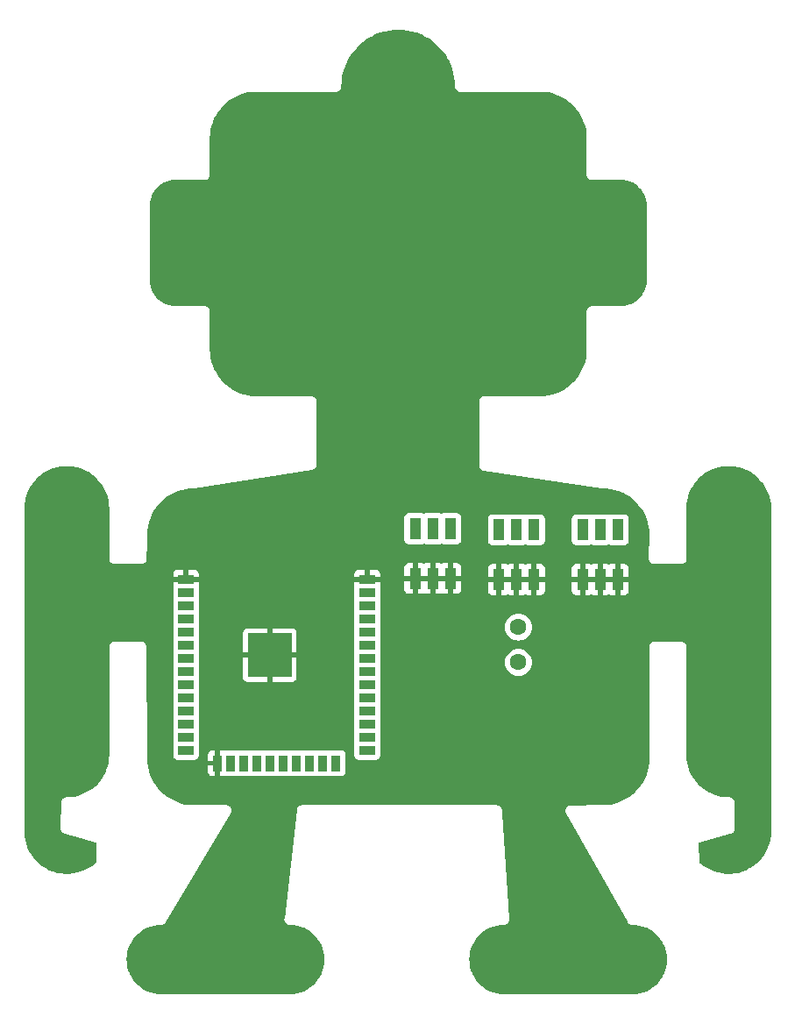
<source format=gbr>
%TF.GenerationSoftware,KiCad,Pcbnew,8.0.4*%
%TF.CreationDate,2024-07-25T02:22:49-04:00*%
%TF.ProjectId,esp32-mqtt-bot,65737033-322d-46d7-9174-742d626f742e,rev?*%
%TF.SameCoordinates,Original*%
%TF.FileFunction,Copper,L1,Top*%
%TF.FilePolarity,Positive*%
%FSLAX46Y46*%
G04 Gerber Fmt 4.6, Leading zero omitted, Abs format (unit mm)*
G04 Created by KiCad (PCBNEW 8.0.4) date 2024-07-25 02:22:49*
%MOMM*%
%LPD*%
G01*
G04 APERTURE LIST*
%TA.AperFunction,SMDPad,CuDef*%
%ADD10R,1.100000X2.000000*%
%TD*%
%TA.AperFunction,ComponentPad*%
%ADD11C,1.600000*%
%TD*%
%TA.AperFunction,SMDPad,CuDef*%
%ADD12R,1.500000X0.900000*%
%TD*%
%TA.AperFunction,SMDPad,CuDef*%
%ADD13R,0.900000X1.500000*%
%TD*%
%TA.AperFunction,SMDPad,CuDef*%
%ADD14R,1.050000X1.050000*%
%TD*%
%TA.AperFunction,HeatsinkPad*%
%ADD15C,0.600000*%
%TD*%
%TA.AperFunction,SMDPad,CuDef*%
%ADD16R,4.200000X4.200000*%
%TD*%
G04 APERTURE END LIST*
D10*
%TO.P,D3,1,AB*%
%TO.N,+3V3*%
X116736666Y-94200000D03*
%TO.P,D3,2,KB*%
X115036666Y-94200000D03*
%TO.P,D3,3,AR*%
X113336666Y-94200000D03*
%TO.P,D3,4,KR*%
%TO.N,GND*%
X113336666Y-99000000D03*
%TO.P,D3,5,AG*%
X115036666Y-99000000D03*
%TO.P,D3,6,KR*%
X116736666Y-99000000D03*
%TD*%
%TO.P,D2,1,AB*%
%TO.N,+3V3*%
X124818332Y-94300000D03*
%TO.P,D2,2,KB*%
X123118332Y-94300000D03*
%TO.P,D2,3,AR*%
X121418332Y-94300000D03*
%TO.P,D2,4,KR*%
%TO.N,GND*%
X121418332Y-99100000D03*
%TO.P,D2,5,AG*%
X123118332Y-99100000D03*
%TO.P,D2,6,KR*%
X124818332Y-99100000D03*
%TD*%
%TO.P,D1,1,AB*%
%TO.N,+3V3*%
X132900000Y-94300000D03*
%TO.P,D1,2,KB*%
X131200000Y-94300000D03*
%TO.P,D1,3,AR*%
X129500000Y-94300000D03*
%TO.P,D1,4,KR*%
%TO.N,GND*%
X129500000Y-99100000D03*
%TO.P,D1,5,AG*%
X131200000Y-99100000D03*
%TO.P,D1,6,KR*%
X132900000Y-99100000D03*
%TD*%
D11*
%TO.P,R1,1*%
%TO.N,+3V3*%
X123300000Y-107100000D03*
%TO.P,R1,2*%
%TO.N,/GPIO23*%
X123300000Y-103700000D03*
%TD*%
D12*
%TO.P,U1,1,GND*%
%TO.N,GND*%
X91205000Y-99085000D03*
%TO.P,U1,2,VDD*%
%TO.N,unconnected-(U1-VDD-Pad2)*%
X91205000Y-100355000D03*
%TO.P,U1,3,EN*%
%TO.N,unconnected-(U1-EN-Pad3)*%
X91205000Y-101625000D03*
%TO.P,U1,4,SENSOR_VP*%
%TO.N,unconnected-(U1-SENSOR_VP-Pad4)*%
X91205000Y-102895000D03*
%TO.P,U1,5,SENSOR_VN*%
%TO.N,unconnected-(U1-SENSOR_VN-Pad5)*%
X91205000Y-104165000D03*
%TO.P,U1,6,IO34*%
%TO.N,unconnected-(U1-IO34-Pad6)*%
X91205000Y-105435000D03*
%TO.P,U1,7,IO35*%
%TO.N,unconnected-(U1-IO35-Pad7)*%
X91205000Y-106705000D03*
%TO.P,U1,8,IO32*%
%TO.N,unconnected-(U1-IO32-Pad8)*%
X91205000Y-107975000D03*
%TO.P,U1,9,IO33*%
%TO.N,unconnected-(U1-IO33-Pad9)*%
X91205000Y-109245000D03*
%TO.P,U1,10,IO25*%
%TO.N,unconnected-(U1-IO25-Pad10)*%
X91205000Y-110515000D03*
%TO.P,U1,11,IO26*%
%TO.N,unconnected-(U1-IO26-Pad11)*%
X91205000Y-111785000D03*
%TO.P,U1,12,IO27*%
%TO.N,unconnected-(U1-IO27-Pad12)*%
X91205000Y-113055000D03*
%TO.P,U1,13,IO14*%
%TO.N,unconnected-(U1-IO14-Pad13)*%
X91205000Y-114325000D03*
%TO.P,U1,14,IO12*%
%TO.N,unconnected-(U1-IO12-Pad14)*%
X91205000Y-115595000D03*
D13*
%TO.P,U1,15,GND*%
%TO.N,GND*%
X94245000Y-116845000D03*
%TO.P,U1,16,IO13*%
%TO.N,unconnected-(U1-IO13-Pad16)*%
X95515000Y-116845000D03*
%TO.P,U1,17,SHD/SD2*%
%TO.N,unconnected-(U1-SHD{slash}SD2-Pad17)*%
X96785000Y-116845000D03*
%TO.P,U1,18,SWP/SD3*%
%TO.N,unconnected-(U1-SWP{slash}SD3-Pad18)*%
X98055000Y-116845000D03*
%TO.P,U1,19,SCS/CMD*%
%TO.N,unconnected-(U1-SCS{slash}CMD-Pad19)*%
X99325000Y-116845000D03*
%TO.P,U1,20,SCK/CLK*%
%TO.N,unconnected-(U1-SCK{slash}CLK-Pad20)*%
X100595000Y-116845000D03*
%TO.P,U1,21,SDO/SD0*%
%TO.N,unconnected-(U1-SDO{slash}SD0-Pad21)*%
X101865000Y-116845000D03*
%TO.P,U1,22,SDI/SD1*%
%TO.N,unconnected-(U1-SDI{slash}SD1-Pad22)*%
X103135000Y-116845000D03*
%TO.P,U1,23,IO15*%
%TO.N,unconnected-(U1-IO15-Pad23)*%
X104405000Y-116845000D03*
%TO.P,U1,24,IO2*%
%TO.N,unconnected-(U1-IO2-Pad24)*%
X105675000Y-116845000D03*
D12*
%TO.P,U1,25,IO0*%
%TO.N,unconnected-(U1-IO0-Pad25)*%
X108705000Y-115595000D03*
%TO.P,U1,26,IO4*%
%TO.N,unconnected-(U1-IO4-Pad26)*%
X108705000Y-114325000D03*
%TO.P,U1,27,IO16*%
%TO.N,unconnected-(U1-IO16-Pad27)*%
X108705000Y-113055000D03*
%TO.P,U1,28,IO17*%
%TO.N,unconnected-(U1-IO17-Pad28)*%
X108705000Y-111785000D03*
%TO.P,U1,29,IO5*%
%TO.N,unconnected-(U1-IO5-Pad29)*%
X108705000Y-110515000D03*
%TO.P,U1,30,IO18*%
%TO.N,unconnected-(U1-IO18-Pad30)*%
X108705000Y-109245000D03*
%TO.P,U1,31,IO19*%
%TO.N,unconnected-(U1-IO19-Pad31)*%
X108705000Y-107975000D03*
%TO.P,U1,32,NC*%
%TO.N,unconnected-(U1-NC-Pad32)*%
X108705000Y-106705000D03*
%TO.P,U1,33,SCA*%
%TO.N,unconnected-(U1-SCA-Pad33)*%
X108705000Y-105435000D03*
%TO.P,U1,34,RXD0/IO3*%
%TO.N,unconnected-(U1-RXD0{slash}IO3-Pad34)*%
X108705000Y-104165000D03*
%TO.P,U1,35,TXD0/IO1*%
%TO.N,unconnected-(U1-TXD0{slash}IO1-Pad35)*%
X108705000Y-102895000D03*
%TO.P,U1,36,SCL*%
%TO.N,unconnected-(U1-SCL-Pad36)*%
X108705000Y-101625000D03*
%TO.P,U1,37,IO23*%
%TO.N,/GPIO23*%
X108705000Y-100355000D03*
%TO.P,U1,38,GND*%
%TO.N,GND*%
X108705000Y-99085000D03*
D14*
%TO.P,U1,39,GND*%
X97750000Y-104900000D03*
D15*
X97750000Y-105662500D03*
D14*
X97750000Y-106425000D03*
D15*
X97750000Y-107187500D03*
D14*
X97750000Y-107950000D03*
D15*
X98512500Y-104900000D03*
X98512500Y-106425000D03*
X98512500Y-107950000D03*
D14*
X99275000Y-104900000D03*
D15*
X99275000Y-105662500D03*
D14*
X99275000Y-106425000D03*
D16*
X99275000Y-106425000D03*
D15*
X99275000Y-107187500D03*
D14*
X99275000Y-107950000D03*
D15*
X100037500Y-104900000D03*
X100037500Y-106425000D03*
X100037500Y-107950000D03*
D14*
X100800000Y-104900000D03*
D15*
X100800000Y-105662500D03*
D14*
X100800000Y-106425000D03*
D15*
X100800000Y-107187500D03*
D14*
X100800000Y-107950000D03*
%TD*%
%TA.AperFunction,Conductor*%
%TO.N,GND*%
G36*
X112148888Y-46020847D02*
G01*
X112159061Y-46021690D01*
X112599820Y-46076631D01*
X112609900Y-46078313D01*
X113044604Y-46169461D01*
X113054512Y-46171970D01*
X113480206Y-46298705D01*
X113489874Y-46302024D01*
X113833204Y-46435993D01*
X113903622Y-46463470D01*
X113913007Y-46467586D01*
X114312019Y-46662650D01*
X114321027Y-46667525D01*
X114702568Y-46894875D01*
X114711147Y-46900481D01*
X115072590Y-47158545D01*
X115080672Y-47164836D01*
X115419594Y-47451888D01*
X115427134Y-47458829D01*
X115741174Y-47772870D01*
X115748115Y-47780410D01*
X116035152Y-48119313D01*
X116041447Y-48127400D01*
X116299521Y-48488855D01*
X116305127Y-48497435D01*
X116532477Y-48878979D01*
X116537355Y-48887993D01*
X116732408Y-49286981D01*
X116736524Y-49296366D01*
X116897969Y-49710112D01*
X116901297Y-49719805D01*
X117028024Y-50145475D01*
X117030540Y-50155411D01*
X117121680Y-50590082D01*
X117123367Y-50600190D01*
X117178305Y-51040916D01*
X117179151Y-51051130D01*
X117197610Y-51497437D01*
X117197716Y-51502561D01*
X117197716Y-51565891D01*
X117231824Y-51693187D01*
X117264770Y-51750250D01*
X117297716Y-51807314D01*
X117390902Y-51900500D01*
X117505030Y-51966392D01*
X117632324Y-52000500D01*
X117764108Y-52000500D01*
X125334108Y-52000500D01*
X125397294Y-52000500D01*
X125402702Y-52000617D01*
X125786771Y-52017386D01*
X125797506Y-52018326D01*
X126175971Y-52068152D01*
X126186597Y-52070025D01*
X126559284Y-52152648D01*
X126569710Y-52155442D01*
X126933765Y-52270227D01*
X126943911Y-52273920D01*
X127296578Y-52420000D01*
X127306369Y-52424566D01*
X127644942Y-52600816D01*
X127654310Y-52606224D01*
X127976244Y-52811318D01*
X127985105Y-52817523D01*
X128287930Y-53049889D01*
X128296217Y-53056843D01*
X128577635Y-53314715D01*
X128585284Y-53322364D01*
X128843156Y-53603782D01*
X128850110Y-53612069D01*
X129082476Y-53914894D01*
X129088681Y-53923755D01*
X129293775Y-54245689D01*
X129299183Y-54255057D01*
X129475430Y-54593623D01*
X129480002Y-54603427D01*
X129626075Y-54956078D01*
X129629775Y-54966244D01*
X129744554Y-55330278D01*
X129747354Y-55340727D01*
X129829971Y-55713389D01*
X129831849Y-55724042D01*
X129881671Y-56102473D01*
X129882614Y-56113249D01*
X129899382Y-56497297D01*
X129899500Y-56502706D01*
X129899500Y-60065891D01*
X129933608Y-60193187D01*
X129966554Y-60250250D01*
X129999500Y-60307314D01*
X130092686Y-60400500D01*
X130206814Y-60466392D01*
X130334108Y-60500500D01*
X133134108Y-60500500D01*
X133196249Y-60500500D01*
X133203736Y-60500726D01*
X133493796Y-60518271D01*
X133508659Y-60520076D01*
X133790798Y-60571780D01*
X133805335Y-60575363D01*
X134079172Y-60660695D01*
X134093163Y-60666000D01*
X134354743Y-60783727D01*
X134367989Y-60790680D01*
X134613465Y-60939075D01*
X134625776Y-60947573D01*
X134851573Y-61124473D01*
X134862781Y-61134403D01*
X135065596Y-61337218D01*
X135075526Y-61348426D01*
X135195481Y-61501538D01*
X135252422Y-61574217D01*
X135260928Y-61586540D01*
X135409316Y-61832004D01*
X135416275Y-61845263D01*
X135533997Y-62106831D01*
X135539306Y-62120832D01*
X135624635Y-62394663D01*
X135628219Y-62409201D01*
X135679923Y-62691340D01*
X135681728Y-62706205D01*
X135699274Y-62996263D01*
X135699500Y-63003750D01*
X135699500Y-70196249D01*
X135699274Y-70203736D01*
X135681728Y-70493794D01*
X135679923Y-70508659D01*
X135628219Y-70790798D01*
X135624635Y-70805336D01*
X135539306Y-71079167D01*
X135533997Y-71093168D01*
X135416275Y-71354736D01*
X135409316Y-71367995D01*
X135260928Y-71613459D01*
X135252422Y-71625782D01*
X135075526Y-71851573D01*
X135065596Y-71862781D01*
X134862781Y-72065596D01*
X134851573Y-72075526D01*
X134625782Y-72252422D01*
X134613459Y-72260928D01*
X134367995Y-72409316D01*
X134354736Y-72416275D01*
X134093168Y-72533997D01*
X134079167Y-72539306D01*
X133805336Y-72624635D01*
X133790798Y-72628219D01*
X133508659Y-72679923D01*
X133493794Y-72681728D01*
X133203736Y-72699274D01*
X133196249Y-72699500D01*
X130334108Y-72699500D01*
X130206812Y-72733608D01*
X130092686Y-72799500D01*
X130092683Y-72799502D01*
X129999502Y-72892683D01*
X129999500Y-72892686D01*
X129933608Y-73006812D01*
X129899500Y-73134108D01*
X129899500Y-76897293D01*
X129899382Y-76902702D01*
X129882614Y-77286750D01*
X129881671Y-77297526D01*
X129831849Y-77675957D01*
X129829971Y-77686610D01*
X129747354Y-78059272D01*
X129744554Y-78069721D01*
X129629775Y-78433755D01*
X129626075Y-78443921D01*
X129480002Y-78796572D01*
X129475430Y-78806376D01*
X129299183Y-79144942D01*
X129293775Y-79154310D01*
X129088681Y-79476244D01*
X129082476Y-79485105D01*
X128850110Y-79787930D01*
X128843156Y-79796217D01*
X128585284Y-80077635D01*
X128577635Y-80085284D01*
X128296217Y-80343156D01*
X128287930Y-80350110D01*
X127985105Y-80582476D01*
X127976244Y-80588681D01*
X127654310Y-80793775D01*
X127644942Y-80799183D01*
X127306376Y-80975430D01*
X127296572Y-80980002D01*
X126943921Y-81126075D01*
X126933755Y-81129775D01*
X126569721Y-81244554D01*
X126559272Y-81247354D01*
X126186610Y-81329971D01*
X126175957Y-81331849D01*
X125797526Y-81381671D01*
X125786750Y-81382614D01*
X125402703Y-81399382D01*
X125397294Y-81399500D01*
X119934108Y-81399500D01*
X119806812Y-81433608D01*
X119692686Y-81499500D01*
X119692683Y-81499502D01*
X119599502Y-81592683D01*
X119599500Y-81592686D01*
X119533608Y-81706812D01*
X119499500Y-81834108D01*
X119499500Y-88054572D01*
X119498195Y-88072516D01*
X119495232Y-88092770D01*
X119498658Y-88122014D01*
X119499500Y-88136439D01*
X119499500Y-88165892D01*
X119504798Y-88185669D01*
X119508180Y-88203331D01*
X119510560Y-88223657D01*
X119521441Y-88251031D01*
X119525984Y-88264737D01*
X119532745Y-88289966D01*
X119533608Y-88293186D01*
X119543842Y-88310912D01*
X119551679Y-88327097D01*
X119559241Y-88346117D01*
X119559242Y-88346120D01*
X119576836Y-88369742D01*
X119584774Y-88381808D01*
X119599500Y-88407314D01*
X119599502Y-88407316D01*
X119613967Y-88421781D01*
X119625732Y-88435391D01*
X119637962Y-88451811D01*
X119661071Y-88470075D01*
X119671865Y-88479679D01*
X119692686Y-88500500D01*
X119710409Y-88510732D01*
X119725295Y-88520833D01*
X119741354Y-88533526D01*
X119768403Y-88545186D01*
X119781299Y-88551661D01*
X119806814Y-88566392D01*
X119826583Y-88571688D01*
X119843575Y-88577592D01*
X119862372Y-88585696D01*
X119891510Y-88589956D01*
X119905645Y-88592873D01*
X119934108Y-88600500D01*
X119954573Y-88600500D01*
X119972517Y-88601805D01*
X131341512Y-90264557D01*
X131355665Y-90267478D01*
X131384108Y-90275100D01*
X131404572Y-90275100D01*
X131422516Y-90276405D01*
X131422906Y-90276462D01*
X131442769Y-90279367D01*
X131461390Y-90277185D01*
X131481217Y-90276462D01*
X131836770Y-90291986D01*
X131847506Y-90292926D01*
X132225971Y-90342752D01*
X132236597Y-90344625D01*
X132609284Y-90427248D01*
X132619710Y-90430042D01*
X132983765Y-90544827D01*
X132993911Y-90548520D01*
X133346578Y-90694600D01*
X133356369Y-90699166D01*
X133397014Y-90720324D01*
X133694942Y-90875416D01*
X133704310Y-90880824D01*
X134026244Y-91085918D01*
X134035105Y-91092123D01*
X134337930Y-91324489D01*
X134346217Y-91331443D01*
X134627635Y-91589315D01*
X134635284Y-91596964D01*
X134893156Y-91878382D01*
X134900110Y-91886669D01*
X135132476Y-92189494D01*
X135138681Y-92198355D01*
X135343775Y-92520289D01*
X135349183Y-92529657D01*
X135525430Y-92868223D01*
X135530002Y-92878027D01*
X135676075Y-93230678D01*
X135679775Y-93240844D01*
X135794554Y-93604878D01*
X135797354Y-93615327D01*
X135879971Y-93987989D01*
X135881849Y-93998642D01*
X135931671Y-94377073D01*
X135932614Y-94387849D01*
X135949246Y-94768792D01*
X135949335Y-94776867D01*
X135901200Y-97015506D01*
X135900170Y-97029013D01*
X135899500Y-97034106D01*
X135899500Y-97093293D01*
X135899471Y-97095959D01*
X135898198Y-97155119D01*
X135898758Y-97160211D01*
X135898771Y-97160465D01*
X135898782Y-97160556D01*
X135898830Y-97160808D01*
X135899499Y-97165891D01*
X135914817Y-97223061D01*
X135915479Y-97225640D01*
X135929564Y-97283120D01*
X135931420Y-97287889D01*
X135931501Y-97288136D01*
X135931532Y-97288214D01*
X135931643Y-97288445D01*
X135933604Y-97293180D01*
X135963196Y-97344434D01*
X135964500Y-97346750D01*
X135968971Y-97354893D01*
X135992987Y-97398636D01*
X135996018Y-97402767D01*
X135996161Y-97402986D01*
X135996202Y-97403040D01*
X135996381Y-97403249D01*
X135999501Y-97407315D01*
X136041334Y-97449148D01*
X136043198Y-97451052D01*
X136084146Y-97493799D01*
X136088142Y-97497004D01*
X136088347Y-97497187D01*
X136088399Y-97497228D01*
X136088627Y-97497384D01*
X136092677Y-97500491D01*
X136092686Y-97500500D01*
X136143957Y-97530101D01*
X136146227Y-97531445D01*
X136196833Y-97562131D01*
X136196836Y-97562132D01*
X136201515Y-97564189D01*
X136201763Y-97564314D01*
X136201827Y-97564342D01*
X136202086Y-97564433D01*
X136206811Y-97566390D01*
X136206814Y-97566392D01*
X136264016Y-97581719D01*
X136266511Y-97582416D01*
X136323364Y-97598968D01*
X136328418Y-97599744D01*
X136328687Y-97599800D01*
X136328767Y-97599812D01*
X136329045Y-97599833D01*
X136334107Y-97600499D01*
X136334108Y-97600500D01*
X136393295Y-97600500D01*
X136395961Y-97600529D01*
X136455112Y-97601801D01*
X136455112Y-97601800D01*
X136455118Y-97601801D01*
X136455122Y-97601799D01*
X136460212Y-97601241D01*
X136473751Y-97600500D01*
X139084677Y-97600500D01*
X139084679Y-97600500D01*
X139211973Y-97566392D01*
X139326101Y-97500500D01*
X139419287Y-97407314D01*
X139485179Y-97293186D01*
X139519287Y-97165892D01*
X139519287Y-92246915D01*
X139519427Y-92241015D01*
X139537569Y-91860169D01*
X139538691Y-91848422D01*
X139592529Y-91473967D01*
X139594762Y-91462380D01*
X139654390Y-91216591D01*
X139683959Y-91094706D01*
X139687273Y-91083422D01*
X139811019Y-90725882D01*
X139815388Y-90714967D01*
X139972553Y-90370823D01*
X139977957Y-90360342D01*
X140167124Y-90032694D01*
X140173485Y-90022797D01*
X140392937Y-89714619D01*
X140400219Y-89705358D01*
X140647979Y-89419428D01*
X140656105Y-89410906D01*
X140929917Y-89149827D01*
X140938813Y-89142119D01*
X141236212Y-88908241D01*
X141245810Y-88901408D01*
X141564085Y-88696864D01*
X141574260Y-88690990D01*
X141910552Y-88517619D01*
X141921267Y-88512726D01*
X142272507Y-88372110D01*
X142283627Y-88368262D01*
X142646645Y-88261670D01*
X142658074Y-88258897D01*
X143029564Y-88187299D01*
X143041236Y-88185620D01*
X143417850Y-88149658D01*
X143429637Y-88149097D01*
X143807937Y-88149097D01*
X143819724Y-88149658D01*
X144196334Y-88185620D01*
X144208012Y-88187299D01*
X144579494Y-88258896D01*
X144590933Y-88261671D01*
X144953940Y-88368260D01*
X144965072Y-88372113D01*
X145289484Y-88501988D01*
X145316296Y-88512722D01*
X145327029Y-88517623D01*
X145663304Y-88690985D01*
X145673497Y-88696870D01*
X145991751Y-88901400D01*
X146001363Y-88908244D01*
X146298749Y-89142110D01*
X146307667Y-89149838D01*
X146581459Y-89410898D01*
X146589602Y-89419438D01*
X146837347Y-89705351D01*
X146844641Y-89714627D01*
X147064078Y-90022783D01*
X147070458Y-90032710D01*
X147259616Y-90360342D01*
X147265023Y-90370831D01*
X147422176Y-90714948D01*
X147426562Y-90725903D01*
X147550294Y-91083403D01*
X147553619Y-91094725D01*
X147642811Y-91462380D01*
X147645044Y-91473967D01*
X147698882Y-91848422D01*
X147700004Y-91860168D01*
X147718147Y-92241014D01*
X147718287Y-92246915D01*
X147718287Y-123440988D01*
X147718146Y-123446905D01*
X147699904Y-123828781D01*
X147698776Y-123840559D01*
X147644645Y-124216014D01*
X147642400Y-124227631D01*
X147552726Y-124596227D01*
X147549383Y-124607578D01*
X147424987Y-124965939D01*
X147420578Y-124976919D01*
X147262592Y-125321791D01*
X147257157Y-125332301D01*
X147067016Y-125660552D01*
X147060603Y-125670497D01*
X146840040Y-125979130D01*
X146832709Y-125988417D01*
X146583734Y-126274621D01*
X146575550Y-126283168D01*
X146300437Y-126544330D01*
X146291477Y-126552058D01*
X145992710Y-126785819D01*
X145983054Y-126792657D01*
X145663373Y-126996875D01*
X145653108Y-127002762D01*
X145315425Y-127175573D01*
X145304647Y-127180455D01*
X144952016Y-127320301D01*
X144940821Y-127324133D01*
X144576480Y-127429727D01*
X144564971Y-127432475D01*
X144192209Y-127502864D01*
X144180491Y-127504502D01*
X143802730Y-127539039D01*
X143790908Y-127539553D01*
X143411572Y-127537927D01*
X143399756Y-127537312D01*
X143022295Y-127499537D01*
X143010591Y-127497798D01*
X142638460Y-127424219D01*
X142626975Y-127421373D01*
X142263541Y-127312657D01*
X142252380Y-127308729D01*
X141900969Y-127165869D01*
X141890235Y-127160896D01*
X141554032Y-126985187D01*
X141543819Y-126979213D01*
X141225903Y-126772266D01*
X141216306Y-126765345D01*
X140919558Y-126529034D01*
X140910673Y-126521238D01*
X140802030Y-126416319D01*
X140767484Y-126355593D01*
X140764199Y-126329674D01*
X140729043Y-124614775D01*
X140747349Y-124547348D01*
X140799205Y-124500520D01*
X140818949Y-124493007D01*
X143785219Y-123645500D01*
X143787864Y-123644926D01*
X143794134Y-123643118D01*
X143794138Y-123643118D01*
X143833375Y-123631803D01*
X143856935Y-123625011D01*
X143856950Y-123625063D01*
X143857222Y-123624928D01*
X143911862Y-123609317D01*
X143919639Y-123607096D01*
X143919639Y-123607095D01*
X143919642Y-123607095D01*
X143919643Y-123607093D01*
X143919789Y-123607031D01*
X143920038Y-123606922D01*
X143920758Y-123606608D01*
X143920764Y-123606607D01*
X143976462Y-123573028D01*
X143976722Y-123572872D01*
X144032661Y-123539333D01*
X144032659Y-123539333D01*
X144032668Y-123539329D01*
X144032674Y-123539322D01*
X144032857Y-123539178D01*
X144032924Y-123539125D01*
X144033625Y-123538567D01*
X144078776Y-123491672D01*
X144078821Y-123491715D01*
X144078986Y-123491454D01*
X144124303Y-123444619D01*
X144124304Y-123444616D01*
X144125026Y-123443642D01*
X144156551Y-123386571D01*
X144156570Y-123386581D01*
X144156691Y-123386318D01*
X144188303Y-123329418D01*
X144188305Y-123329409D01*
X144188494Y-123328932D01*
X144188565Y-123328752D01*
X144188751Y-123328280D01*
X144204377Y-123265209D01*
X144204450Y-123264913D01*
X144204523Y-123264620D01*
X144220306Y-123201579D01*
X144220306Y-123201573D01*
X144220322Y-123201439D01*
X144220443Y-123200374D01*
X144220442Y-123200368D01*
X144220444Y-123200364D01*
X144219211Y-123135234D01*
X144218132Y-123069813D01*
X144218025Y-123063295D01*
X144217797Y-123060574D01*
X144196194Y-121919099D01*
X144171999Y-120640682D01*
X144171978Y-120638336D01*
X144171978Y-120626075D01*
X144171979Y-120578362D01*
X144171975Y-120578347D01*
X144171534Y-120574993D01*
X144171506Y-120574621D01*
X144171226Y-120572633D01*
X144171148Y-120572260D01*
X144170642Y-120568910D01*
X144170642Y-120568901D01*
X144154003Y-120511197D01*
X144153407Y-120509054D01*
X144137871Y-120451068D01*
X144137869Y-120451065D01*
X144136568Y-120447923D01*
X144136448Y-120447580D01*
X144135655Y-120445717D01*
X144135490Y-120445390D01*
X144134132Y-120442279D01*
X144134131Y-120442275D01*
X144103125Y-120390844D01*
X144101980Y-120388904D01*
X144071979Y-120336940D01*
X144071977Y-120336938D01*
X144069894Y-120334223D01*
X144069685Y-120333916D01*
X144068475Y-120332370D01*
X144068229Y-120332095D01*
X144066093Y-120329418D01*
X144066092Y-120329417D01*
X144066091Y-120329415D01*
X144022813Y-120287745D01*
X144021189Y-120286150D01*
X143978795Y-120243755D01*
X143976103Y-120241689D01*
X143975823Y-120241448D01*
X143974197Y-120240225D01*
X143973888Y-120240023D01*
X143971158Y-120238008D01*
X143944870Y-120223487D01*
X143918635Y-120208996D01*
X143916627Y-120207861D01*
X143884718Y-120189438D01*
X143864666Y-120177861D01*
X143864661Y-120177859D01*
X143861505Y-120176552D01*
X143861166Y-120176388D01*
X143859338Y-120175651D01*
X143858985Y-120175535D01*
X143855805Y-120174288D01*
X143797590Y-120159864D01*
X143795318Y-120159279D01*
X143795314Y-120159278D01*
X143737372Y-120143752D01*
X143737370Y-120143752D01*
X143733983Y-120143306D01*
X143733624Y-120143238D01*
X143731650Y-120142997D01*
X143731270Y-120142976D01*
X143727890Y-120142595D01*
X143727888Y-120142595D01*
X143727885Y-120142595D01*
X143674112Y-120143611D01*
X143666085Y-120143503D01*
X143296775Y-120126551D01*
X143285452Y-120125509D01*
X142956731Y-120079988D01*
X142919537Y-120074837D01*
X142908366Y-120072764D01*
X142680299Y-120019523D01*
X142548634Y-119988786D01*
X142537691Y-119985696D01*
X142187168Y-119869118D01*
X142176555Y-119865039D01*
X141838170Y-119716836D01*
X141827974Y-119711801D01*
X141732255Y-119658944D01*
X141504607Y-119533234D01*
X141494918Y-119527289D01*
X141189250Y-119319838D01*
X141180144Y-119313027D01*
X141154835Y-119292223D01*
X140894781Y-119078459D01*
X140886347Y-119070854D01*
X140623647Y-118811109D01*
X140615947Y-118802763D01*
X140378159Y-118520060D01*
X140371255Y-118511044D01*
X140160352Y-118207730D01*
X140154300Y-118198113D01*
X140096111Y-118095500D01*
X139972084Y-117876784D01*
X139966937Y-117866651D01*
X139966935Y-117866647D01*
X139814918Y-117529967D01*
X139810720Y-117519403D01*
X139806977Y-117508559D01*
X139690181Y-117170208D01*
X139686975Y-117159329D01*
X139598929Y-116800551D01*
X139596728Y-116789395D01*
X139596331Y-116786750D01*
X139541919Y-116424068D01*
X139540751Y-116412765D01*
X139540178Y-116402763D01*
X139523573Y-116112688D01*
X139519490Y-116041356D01*
X139519287Y-116034269D01*
X139519287Y-105601367D01*
X139519289Y-105600753D01*
X139519478Y-105562500D01*
X139519606Y-105536583D01*
X139519605Y-105536582D01*
X139519606Y-105536542D01*
X139519478Y-105535563D01*
X139519397Y-105534937D01*
X139519296Y-105534142D01*
X139502653Y-105472032D01*
X139502495Y-105471437D01*
X139486117Y-105409080D01*
X139485722Y-105408125D01*
X139485516Y-105407625D01*
X139485195Y-105406840D01*
X139452932Y-105350960D01*
X139452691Y-105350541D01*
X139420801Y-105294670D01*
X139420799Y-105294668D01*
X139420774Y-105294624D01*
X139420227Y-105293911D01*
X139419851Y-105293419D01*
X139419317Y-105292716D01*
X139373764Y-105247163D01*
X139373331Y-105246728D01*
X139359493Y-105232752D01*
X139328077Y-105201024D01*
X139328076Y-105201023D01*
X139328050Y-105200997D01*
X139327383Y-105200485D01*
X139326880Y-105200097D01*
X139326139Y-105199522D01*
X139270303Y-105167285D01*
X139269918Y-105167061D01*
X139214276Y-105134569D01*
X139214274Y-105134568D01*
X139214229Y-105134542D01*
X139213419Y-105134207D01*
X139212821Y-105133958D01*
X139212010Y-105133617D01*
X139149690Y-105116918D01*
X139149101Y-105116759D01*
X139087097Y-105099817D01*
X139086245Y-105099705D01*
X139085611Y-105099620D01*
X139084734Y-105099500D01*
X139084679Y-105099500D01*
X139020210Y-105099500D01*
X139019597Y-105099498D01*
X136526228Y-105087170D01*
X136520779Y-105086800D01*
X136515892Y-105086800D01*
X136451515Y-105086800D01*
X136450901Y-105086798D01*
X136386540Y-105086479D01*
X136385804Y-105086576D01*
X136385230Y-105086650D01*
X136384167Y-105086784D01*
X136322043Y-105103429D01*
X136321457Y-105103584D01*
X136259074Y-105119970D01*
X136258289Y-105120296D01*
X136257737Y-105120523D01*
X136256860Y-105120881D01*
X136201067Y-105153092D01*
X136200541Y-105153394D01*
X136144616Y-105185316D01*
X136143819Y-105185929D01*
X136143270Y-105186348D01*
X136142725Y-105186761D01*
X136097162Y-105232323D01*
X136096730Y-105232752D01*
X136050984Y-105278048D01*
X136050458Y-105278735D01*
X136050062Y-105279248D01*
X136049528Y-105279935D01*
X136017270Y-105335807D01*
X136016965Y-105336333D01*
X135984535Y-105391869D01*
X135984170Y-105392752D01*
X135983920Y-105393352D01*
X135983621Y-105394061D01*
X135966925Y-105456370D01*
X135966766Y-105456957D01*
X135949817Y-105518987D01*
X135949699Y-105519887D01*
X135949608Y-105520570D01*
X135949500Y-105521358D01*
X135949500Y-105585828D01*
X135949498Y-105586443D01*
X135949155Y-105655599D01*
X135949500Y-105661067D01*
X135949500Y-116397293D01*
X135949382Y-116402702D01*
X135932614Y-116786750D01*
X135931671Y-116797526D01*
X135881849Y-117175957D01*
X135879971Y-117186610D01*
X135797354Y-117559272D01*
X135794554Y-117569721D01*
X135679775Y-117933755D01*
X135676075Y-117943921D01*
X135530002Y-118296572D01*
X135525430Y-118306376D01*
X135349183Y-118644942D01*
X135343775Y-118654310D01*
X135138681Y-118976244D01*
X135132476Y-118985105D01*
X134900110Y-119287930D01*
X134893156Y-119296217D01*
X134635284Y-119577635D01*
X134627635Y-119585284D01*
X134346217Y-119843156D01*
X134337930Y-119850110D01*
X134035105Y-120082476D01*
X134026244Y-120088681D01*
X133704310Y-120293775D01*
X133694942Y-120299183D01*
X133356376Y-120475430D01*
X133346572Y-120480002D01*
X132993921Y-120626075D01*
X132983755Y-120629775D01*
X132619721Y-120744554D01*
X132609272Y-120747354D01*
X132236610Y-120829971D01*
X132225957Y-120831849D01*
X131847527Y-120881671D01*
X131836750Y-120882614D01*
X131468189Y-120898705D01*
X131452682Y-120899382D01*
X131447273Y-120899500D01*
X131381218Y-120899500D01*
X131372230Y-120900125D01*
X128351231Y-120925120D01*
X128349092Y-120925119D01*
X128288605Y-120924575D01*
X128286284Y-120924860D01*
X128285802Y-120924891D01*
X128285293Y-120924963D01*
X128283200Y-120925238D01*
X128282751Y-120925293D01*
X128282301Y-120925382D01*
X128279974Y-120925708D01*
X128221597Y-120941868D01*
X128219533Y-120942420D01*
X128161010Y-120957539D01*
X128158848Y-120958412D01*
X128158403Y-120958563D01*
X128157920Y-120958768D01*
X128155960Y-120959578D01*
X128155538Y-120959748D01*
X128155122Y-120959953D01*
X128152965Y-120960867D01*
X128100791Y-120991568D01*
X128098940Y-120992636D01*
X128046295Y-121022403D01*
X128044437Y-121023803D01*
X128044031Y-121024074D01*
X128043591Y-121024418D01*
X128041957Y-121025671D01*
X128041573Y-121025959D01*
X128041225Y-121026265D01*
X128039382Y-121027703D01*
X127996911Y-121070882D01*
X127995399Y-121072393D01*
X127952276Y-121114747D01*
X127950836Y-121116590D01*
X127950521Y-121116948D01*
X127950222Y-121117346D01*
X127948931Y-121119028D01*
X127948642Y-121119396D01*
X127948384Y-121119783D01*
X127946972Y-121121655D01*
X127917120Y-121174360D01*
X127916052Y-121176209D01*
X127885360Y-121228284D01*
X127884442Y-121230445D01*
X127884229Y-121230877D01*
X127884046Y-121231330D01*
X127883240Y-121233274D01*
X127883062Y-121233692D01*
X127882910Y-121234140D01*
X127882028Y-121236320D01*
X127866849Y-121294900D01*
X127866294Y-121296965D01*
X127850109Y-121355263D01*
X127849782Y-121357590D01*
X127849694Y-121358030D01*
X127849639Y-121358483D01*
X127849362Y-121360580D01*
X127849288Y-121361101D01*
X127849257Y-121361580D01*
X127848972Y-121363893D01*
X127849472Y-121424408D01*
X127849471Y-121426545D01*
X127848927Y-121487038D01*
X127849213Y-121489368D01*
X127849244Y-121489852D01*
X127849310Y-121490318D01*
X127849583Y-121492395D01*
X127849643Y-121492889D01*
X127849735Y-121493351D01*
X127850059Y-121495668D01*
X127850061Y-121495678D01*
X127850062Y-121495679D01*
X127866226Y-121554069D01*
X127866762Y-121556075D01*
X127881891Y-121614639D01*
X127882761Y-121616793D01*
X127882913Y-121617242D01*
X127883112Y-121617710D01*
X127883932Y-121619690D01*
X127884107Y-121620124D01*
X127884313Y-121620542D01*
X127885221Y-121622684D01*
X127885222Y-121622686D01*
X127903758Y-121654187D01*
X127915924Y-121674862D01*
X127916985Y-121676702D01*
X133825089Y-132125660D01*
X133828079Y-132130947D01*
X133832360Y-132139729D01*
X133865181Y-132196577D01*
X133865732Y-132197542D01*
X133896827Y-132252535D01*
X133897816Y-132253823D01*
X133898498Y-132254720D01*
X133899400Y-132255918D01*
X133944038Y-132300556D01*
X133944823Y-132301348D01*
X133989193Y-132346523D01*
X133990381Y-132347435D01*
X133991261Y-132348116D01*
X133992558Y-132349130D01*
X133992685Y-132349203D01*
X133992686Y-132349204D01*
X134047350Y-132380764D01*
X134048215Y-132381269D01*
X134074124Y-132396539D01*
X134102629Y-132413340D01*
X134102630Y-132413340D01*
X134102757Y-132413415D01*
X134104270Y-132414042D01*
X134105300Y-132414474D01*
X134106678Y-132415059D01*
X134106812Y-132415094D01*
X134106814Y-132415096D01*
X134154438Y-132427856D01*
X134167784Y-132431432D01*
X134168862Y-132431726D01*
X134229611Y-132448591D01*
X134229745Y-132448628D01*
X134231353Y-132448840D01*
X134232460Y-132448991D01*
X134233973Y-132449204D01*
X134234108Y-132449204D01*
X134296755Y-132449204D01*
X134303244Y-132449373D01*
X134643767Y-132467220D01*
X134656675Y-132468577D01*
X134990251Y-132521410D01*
X135002935Y-132524105D01*
X135329183Y-132611523D01*
X135341521Y-132615533D01*
X135656828Y-132736568D01*
X135668670Y-132741840D01*
X135969624Y-132895184D01*
X135980839Y-132901660D01*
X136264105Y-133085614D01*
X136274586Y-133093229D01*
X136537073Y-133305786D01*
X136546718Y-133314471D01*
X136785528Y-133553281D01*
X136794213Y-133562926D01*
X137006768Y-133825410D01*
X137014387Y-133835898D01*
X137198336Y-134119154D01*
X137204822Y-134130387D01*
X137358154Y-134431318D01*
X137363433Y-134443176D01*
X137484466Y-134758479D01*
X137488477Y-134770822D01*
X137575892Y-135097058D01*
X137578590Y-135109754D01*
X137631422Y-135443324D01*
X137632779Y-135456232D01*
X137650455Y-135793510D01*
X137650455Y-135806490D01*
X137632779Y-136143767D01*
X137631422Y-136156675D01*
X137578590Y-136490245D01*
X137575892Y-136502941D01*
X137488477Y-136829177D01*
X137484466Y-136841520D01*
X137363433Y-137156823D01*
X137358154Y-137168681D01*
X137204822Y-137469612D01*
X137198332Y-137480852D01*
X137014392Y-137764095D01*
X137006763Y-137774596D01*
X136794213Y-138037073D01*
X136785528Y-138046718D01*
X136546718Y-138285528D01*
X136537073Y-138294213D01*
X136274596Y-138506763D01*
X136264095Y-138514392D01*
X135980852Y-138698332D01*
X135969612Y-138704822D01*
X135668681Y-138858154D01*
X135656823Y-138863433D01*
X135341520Y-138984466D01*
X135329177Y-138988477D01*
X135002941Y-139075892D01*
X134990245Y-139078590D01*
X134656675Y-139131422D01*
X134643767Y-139132779D01*
X134303244Y-139150626D01*
X134296754Y-139150796D01*
X121903246Y-139150796D01*
X121896756Y-139150626D01*
X121556232Y-139132779D01*
X121543324Y-139131422D01*
X121209754Y-139078590D01*
X121197058Y-139075892D01*
X120870822Y-138988477D01*
X120858479Y-138984466D01*
X120543176Y-138863433D01*
X120531318Y-138858154D01*
X120230381Y-138704818D01*
X120219154Y-138698336D01*
X119935898Y-138514387D01*
X119925410Y-138506768D01*
X119662926Y-138294213D01*
X119653281Y-138285528D01*
X119414471Y-138046718D01*
X119405786Y-138037073D01*
X119310873Y-137919865D01*
X119193229Y-137774586D01*
X119185614Y-137764105D01*
X119001660Y-137480839D01*
X118995184Y-137469624D01*
X118841840Y-137168670D01*
X118836566Y-137156823D01*
X118715533Y-136841520D01*
X118711522Y-136829177D01*
X118624107Y-136502941D01*
X118621409Y-136490245D01*
X118568577Y-136156675D01*
X118567220Y-136143767D01*
X118549544Y-135806490D01*
X118549544Y-135793510D01*
X118567220Y-135456232D01*
X118568577Y-135443324D01*
X118607412Y-135198130D01*
X118621411Y-135109744D01*
X118624104Y-135097068D01*
X118711525Y-134770811D01*
X118715533Y-134758479D01*
X118836571Y-134443164D01*
X118841836Y-134431335D01*
X118995188Y-134130366D01*
X119001654Y-134119168D01*
X119185620Y-133835885D01*
X119193222Y-133825422D01*
X119405794Y-133562916D01*
X119414461Y-133553291D01*
X119653291Y-133314461D01*
X119662916Y-133305794D01*
X119925422Y-133093222D01*
X119935885Y-133085620D01*
X120219168Y-132901654D01*
X120230366Y-132895188D01*
X120531335Y-132741836D01*
X120543164Y-132736571D01*
X120858483Y-132615531D01*
X120870811Y-132611525D01*
X121197068Y-132524104D01*
X121209744Y-132521411D01*
X121543326Y-132468576D01*
X121556230Y-132467220D01*
X121846870Y-132451988D01*
X121861364Y-132452077D01*
X121867383Y-132452466D01*
X121867392Y-132452468D01*
X121912485Y-132449476D01*
X121920694Y-132449204D01*
X121965890Y-132449204D01*
X121965892Y-132449204D01*
X121970371Y-132448003D01*
X121994254Y-132444050D01*
X121998887Y-132443743D01*
X122041689Y-132429173D01*
X122049522Y-132426794D01*
X122071230Y-132420978D01*
X122093181Y-132415098D01*
X122093183Y-132415096D01*
X122093186Y-132415096D01*
X122097198Y-132412778D01*
X122119252Y-132402775D01*
X122123643Y-132401281D01*
X122161220Y-132376127D01*
X122168147Y-132371816D01*
X122207314Y-132349204D01*
X122210590Y-132345928D01*
X122229312Y-132330551D01*
X122233158Y-132327977D01*
X122262944Y-132293955D01*
X122268513Y-132288003D01*
X122300500Y-132256018D01*
X122302819Y-132252000D01*
X122316913Y-132232315D01*
X122319969Y-132228825D01*
X122339921Y-132188281D01*
X122343791Y-132181036D01*
X122351895Y-132166997D01*
X122366392Y-132141890D01*
X122367590Y-132137415D01*
X122376112Y-132114744D01*
X122378160Y-132110585D01*
X122386948Y-132066212D01*
X122388794Y-132058279D01*
X122400500Y-132014596D01*
X122400500Y-132009958D01*
X122402863Y-131985866D01*
X122402876Y-131985800D01*
X122403765Y-131981312D01*
X122400771Y-131936207D01*
X122400500Y-131927998D01*
X122400500Y-131882812D01*
X122399301Y-131878339D01*
X122395345Y-131854445D01*
X122394782Y-131845964D01*
X121716208Y-121620124D01*
X121700772Y-121387505D01*
X121700500Y-121379295D01*
X121700500Y-121334111D01*
X121700500Y-121334108D01*
X121699298Y-121329623D01*
X121695346Y-121305743D01*
X121695039Y-121301113D01*
X121680474Y-121258322D01*
X121678092Y-121250485D01*
X121666392Y-121206814D01*
X121664070Y-121202793D01*
X121654072Y-121180750D01*
X121652577Y-121176357D01*
X121627425Y-121138781D01*
X121623107Y-121131842D01*
X121600500Y-121092686D01*
X121597220Y-121089406D01*
X121581855Y-121070700D01*
X121579273Y-121066842D01*
X121545263Y-121037065D01*
X121539265Y-121031451D01*
X121507317Y-120999503D01*
X121507314Y-120999500D01*
X121503285Y-120997173D01*
X121483616Y-120983091D01*
X121480121Y-120980031D01*
X121480119Y-120980030D01*
X121480118Y-120980029D01*
X121439575Y-120960076D01*
X121432331Y-120956208D01*
X121393186Y-120933608D01*
X121393178Y-120933605D01*
X121388700Y-120932405D01*
X121366053Y-120923892D01*
X121361885Y-120921841D01*
X121361880Y-120921839D01*
X121317536Y-120913056D01*
X121309538Y-120911194D01*
X121265895Y-120899500D01*
X121265892Y-120899500D01*
X121261254Y-120899500D01*
X121237162Y-120897137D01*
X121232608Y-120896235D01*
X121187505Y-120899228D01*
X121179295Y-120899500D01*
X102435401Y-120899500D01*
X102421385Y-120898705D01*
X102391107Y-120895260D01*
X102391099Y-120895260D01*
X102371887Y-120898135D01*
X102353539Y-120899500D01*
X102334106Y-120899500D01*
X102304645Y-120907393D01*
X102290915Y-120910250D01*
X102260766Y-120914762D01*
X102242951Y-120922512D01*
X102225587Y-120928577D01*
X102206819Y-120933606D01*
X102206809Y-120933610D01*
X102180397Y-120948858D01*
X102167871Y-120955173D01*
X102139922Y-120967332D01*
X102139917Y-120967335D01*
X102124720Y-120979428D01*
X102109516Y-120989782D01*
X102092687Y-120999498D01*
X102092684Y-120999501D01*
X102071117Y-121021066D01*
X102060653Y-121030407D01*
X102036807Y-121049382D01*
X102036799Y-121049391D01*
X102025248Y-121065007D01*
X102013241Y-121078944D01*
X101999499Y-121092685D01*
X101999498Y-121092687D01*
X101984253Y-121119092D01*
X101976561Y-121130827D01*
X101958433Y-121155334D01*
X101958431Y-121155338D01*
X101951314Y-121173416D01*
X101943324Y-121189983D01*
X101933611Y-121206807D01*
X101933607Y-121206817D01*
X101925716Y-121236264D01*
X101921324Y-121249588D01*
X101910154Y-121277962D01*
X101907958Y-121297265D01*
X101904528Y-121315339D01*
X101899501Y-121334100D01*
X101899500Y-121334109D01*
X101899500Y-121364595D01*
X101898705Y-121378611D01*
X100707958Y-131845964D01*
X100704530Y-131864034D01*
X100699500Y-131882807D01*
X100699500Y-131913303D01*
X100698705Y-131927319D01*
X100695260Y-131957596D01*
X100695260Y-131957606D01*
X100698135Y-131976819D01*
X100699500Y-131995166D01*
X100699500Y-132014597D01*
X100707389Y-132044041D01*
X100710247Y-132057776D01*
X100714760Y-132087932D01*
X100714760Y-132087934D01*
X100722514Y-132105760D01*
X100728578Y-132123121D01*
X100733607Y-132141887D01*
X100733609Y-132141893D01*
X100748851Y-132168293D01*
X100755168Y-132180821D01*
X100762234Y-132197064D01*
X100767332Y-132208782D01*
X100779429Y-132223984D01*
X100789785Y-132239192D01*
X100799497Y-132256014D01*
X100799501Y-132256019D01*
X100821053Y-132277571D01*
X100830394Y-132288033D01*
X100849387Y-132311902D01*
X100849390Y-132311904D01*
X100849392Y-132311906D01*
X100865010Y-132323459D01*
X100878949Y-132335468D01*
X100892682Y-132349201D01*
X100892684Y-132349202D01*
X100892686Y-132349204D01*
X100919088Y-132364446D01*
X100930820Y-132372137D01*
X100955336Y-132390272D01*
X100973412Y-132397388D01*
X100989982Y-132405378D01*
X101006814Y-132415096D01*
X101036254Y-132422984D01*
X101049587Y-132427379D01*
X101050799Y-132427856D01*
X101077959Y-132438549D01*
X101097269Y-132440745D01*
X101115333Y-132444172D01*
X101134108Y-132449204D01*
X101164599Y-132449204D01*
X101178614Y-132449998D01*
X101208899Y-132453444D01*
X101215221Y-132452497D01*
X101240056Y-132451303D01*
X101543767Y-132467220D01*
X101556675Y-132468577D01*
X101890251Y-132521410D01*
X101902935Y-132524105D01*
X102229183Y-132611523D01*
X102241521Y-132615533D01*
X102556828Y-132736568D01*
X102568670Y-132741840D01*
X102869624Y-132895184D01*
X102880839Y-132901660D01*
X103164105Y-133085614D01*
X103174586Y-133093229D01*
X103437073Y-133305786D01*
X103446718Y-133314471D01*
X103685528Y-133553281D01*
X103694213Y-133562926D01*
X103906768Y-133825410D01*
X103914387Y-133835898D01*
X104098336Y-134119154D01*
X104104822Y-134130387D01*
X104258154Y-134431318D01*
X104263433Y-134443176D01*
X104384466Y-134758479D01*
X104388477Y-134770822D01*
X104475892Y-135097058D01*
X104478590Y-135109754D01*
X104531422Y-135443324D01*
X104532779Y-135456232D01*
X104550455Y-135793510D01*
X104550455Y-135806490D01*
X104532779Y-136143767D01*
X104531422Y-136156675D01*
X104478590Y-136490245D01*
X104475892Y-136502941D01*
X104388477Y-136829177D01*
X104384466Y-136841520D01*
X104263433Y-137156823D01*
X104258154Y-137168681D01*
X104104822Y-137469612D01*
X104098332Y-137480852D01*
X103914392Y-137764095D01*
X103906763Y-137774596D01*
X103694213Y-138037073D01*
X103685528Y-138046718D01*
X103446718Y-138285528D01*
X103437073Y-138294213D01*
X103174596Y-138506763D01*
X103164095Y-138514392D01*
X102880852Y-138698332D01*
X102869612Y-138704822D01*
X102568681Y-138858154D01*
X102556823Y-138863433D01*
X102241520Y-138984466D01*
X102229177Y-138988477D01*
X101902941Y-139075892D01*
X101890245Y-139078590D01*
X101556675Y-139131422D01*
X101543767Y-139132779D01*
X101203244Y-139150626D01*
X101196754Y-139150796D01*
X88803246Y-139150796D01*
X88796756Y-139150626D01*
X88456232Y-139132779D01*
X88443324Y-139131422D01*
X88109754Y-139078590D01*
X88097058Y-139075892D01*
X87770822Y-138988477D01*
X87758479Y-138984466D01*
X87443176Y-138863433D01*
X87431318Y-138858154D01*
X87130381Y-138704818D01*
X87119154Y-138698336D01*
X86835898Y-138514387D01*
X86825410Y-138506768D01*
X86562926Y-138294213D01*
X86553281Y-138285528D01*
X86314471Y-138046718D01*
X86305786Y-138037073D01*
X86210873Y-137919865D01*
X86093229Y-137774586D01*
X86085614Y-137764105D01*
X85901660Y-137480839D01*
X85895184Y-137469624D01*
X85741840Y-137168670D01*
X85736566Y-137156823D01*
X85615533Y-136841520D01*
X85611522Y-136829177D01*
X85524107Y-136502941D01*
X85521409Y-136490245D01*
X85468577Y-136156675D01*
X85467220Y-136143767D01*
X85449544Y-135806490D01*
X85449544Y-135793510D01*
X85467220Y-135456232D01*
X85468577Y-135443324D01*
X85507412Y-135198130D01*
X85521411Y-135109744D01*
X85524104Y-135097068D01*
X85611525Y-134770811D01*
X85615533Y-134758479D01*
X85736571Y-134443164D01*
X85741836Y-134431335D01*
X85895188Y-134130366D01*
X85901654Y-134119168D01*
X86085620Y-133835885D01*
X86093222Y-133825422D01*
X86305794Y-133562916D01*
X86314461Y-133553291D01*
X86553291Y-133314461D01*
X86562916Y-133305794D01*
X86825422Y-133093222D01*
X86835885Y-133085620D01*
X87119168Y-132901654D01*
X87130366Y-132895188D01*
X87431335Y-132741836D01*
X87443164Y-132736571D01*
X87758483Y-132615531D01*
X87770811Y-132611525D01*
X88097068Y-132524104D01*
X88109744Y-132521411D01*
X88443326Y-132468576D01*
X88456230Y-132467220D01*
X88795051Y-132449462D01*
X88803334Y-132449307D01*
X88857317Y-132450105D01*
X88858486Y-132450123D01*
X88858486Y-132450122D01*
X88858487Y-132450123D01*
X88858487Y-132450122D01*
X88859203Y-132450040D01*
X88859801Y-132450005D01*
X88861282Y-132449810D01*
X88863134Y-132449581D01*
X88864574Y-132449413D01*
X88865170Y-132449299D01*
X88865889Y-132449204D01*
X88865892Y-132449204D01*
X88925196Y-132433312D01*
X88926830Y-132432888D01*
X88986271Y-132417900D01*
X88986274Y-132417897D01*
X88986912Y-132417645D01*
X88987494Y-132417452D01*
X88988915Y-132416864D01*
X88990631Y-132416168D01*
X88992003Y-132415623D01*
X88992546Y-132415360D01*
X88993174Y-132415099D01*
X88993186Y-132415096D01*
X89046341Y-132384406D01*
X89047713Y-132383627D01*
X89101361Y-132353703D01*
X89101371Y-132353692D01*
X89101899Y-132353301D01*
X89102401Y-132352971D01*
X89103605Y-132352048D01*
X89105071Y-132350940D01*
X89106323Y-132350007D01*
X89106780Y-132349613D01*
X89107303Y-132349209D01*
X89107314Y-132349204D01*
X89150755Y-132305761D01*
X89151858Y-132304675D01*
X89195914Y-132261904D01*
X89195920Y-132261893D01*
X89196345Y-132261358D01*
X89196744Y-132260909D01*
X89197645Y-132259736D01*
X89198787Y-132258270D01*
X89199740Y-132257065D01*
X89200077Y-132256569D01*
X89200499Y-132256019D01*
X89200500Y-132256018D01*
X89231156Y-132202919D01*
X89232085Y-132201337D01*
X95491974Y-121719793D01*
X95500066Y-121707878D01*
X95500494Y-121707319D01*
X95500500Y-121707314D01*
X95531172Y-121654187D01*
X95532068Y-121652659D01*
X95563485Y-121600058D01*
X95563487Y-121600049D01*
X95563755Y-121599430D01*
X95564034Y-121598874D01*
X95564639Y-121597414D01*
X95565369Y-121595689D01*
X95565932Y-121594385D01*
X95566124Y-121593832D01*
X95566389Y-121593190D01*
X95566392Y-121593186D01*
X95566393Y-121593181D01*
X95566395Y-121593177D01*
X95582257Y-121533976D01*
X95582706Y-121532344D01*
X95599472Y-121473282D01*
X95599472Y-121473271D01*
X95599572Y-121472593D01*
X95599695Y-121471997D01*
X95599885Y-121470558D01*
X95600144Y-121468696D01*
X95600364Y-121467195D01*
X95600409Y-121466580D01*
X95600500Y-121465889D01*
X95600500Y-121404594D01*
X95600514Y-121402760D01*
X95601419Y-121341516D01*
X95601335Y-121340790D01*
X95601299Y-121340182D01*
X95601107Y-121338719D01*
X95600881Y-121336898D01*
X95600709Y-121335425D01*
X95600595Y-121334829D01*
X95600500Y-121334109D01*
X95596151Y-121317879D01*
X95584617Y-121274837D01*
X95584187Y-121273182D01*
X95569196Y-121213728D01*
X95569191Y-121213719D01*
X95568929Y-121213058D01*
X95568733Y-121212465D01*
X95568168Y-121211101D01*
X95567475Y-121209393D01*
X95566938Y-121208041D01*
X95566673Y-121207493D01*
X95566393Y-121206820D01*
X95566392Y-121206814D01*
X95552064Y-121181998D01*
X95535780Y-121153793D01*
X95534873Y-121152197D01*
X95527396Y-121138792D01*
X95504999Y-121098639D01*
X95504997Y-121098637D01*
X95504571Y-121098064D01*
X95504242Y-121097564D01*
X95503347Y-121096397D01*
X95502261Y-121094960D01*
X95501327Y-121093705D01*
X95500925Y-121093240D01*
X95500497Y-121092682D01*
X95457185Y-121049371D01*
X95455962Y-121048131D01*
X95413200Y-121004086D01*
X95413197Y-121004084D01*
X95412622Y-121003629D01*
X95412165Y-121003222D01*
X95411008Y-121002334D01*
X95409597Y-121001234D01*
X95408411Y-121000296D01*
X95407890Y-120999942D01*
X95407311Y-120999497D01*
X95354205Y-120968836D01*
X95352627Y-120967910D01*
X95338876Y-120959698D01*
X95300058Y-120936515D01*
X95300057Y-120936514D01*
X95300051Y-120936511D01*
X95299384Y-120936223D01*
X95298832Y-120935946D01*
X95297446Y-120935372D01*
X95295758Y-120934659D01*
X95294438Y-120934089D01*
X95293872Y-120933892D01*
X95293186Y-120933607D01*
X95233964Y-120917738D01*
X95232200Y-120917251D01*
X95173289Y-120900529D01*
X95173283Y-120900528D01*
X95173282Y-120900527D01*
X95172546Y-120900420D01*
X95171951Y-120900297D01*
X95170508Y-120900107D01*
X95168734Y-120899860D01*
X95167239Y-120899640D01*
X95166626Y-120899596D01*
X95165896Y-120899500D01*
X95165892Y-120899500D01*
X95104632Y-120899500D01*
X95102798Y-120899486D01*
X95041514Y-120898579D01*
X95040788Y-120898664D01*
X95026417Y-120899500D01*
X91952706Y-120899500D01*
X91947297Y-120899382D01*
X91931791Y-120898705D01*
X91819281Y-120893792D01*
X91563249Y-120882614D01*
X91552473Y-120881671D01*
X91174042Y-120831849D01*
X91163389Y-120829971D01*
X90790727Y-120747354D01*
X90780278Y-120744554D01*
X90416244Y-120629775D01*
X90406078Y-120626075D01*
X90053427Y-120480002D01*
X90043623Y-120475430D01*
X89705057Y-120299183D01*
X89695689Y-120293775D01*
X89373755Y-120088681D01*
X89364894Y-120082476D01*
X89062069Y-119850110D01*
X89053782Y-119843156D01*
X88772364Y-119585284D01*
X88764715Y-119577635D01*
X88506843Y-119296217D01*
X88499889Y-119287930D01*
X88267523Y-118985105D01*
X88261318Y-118976244D01*
X88056224Y-118654310D01*
X88050816Y-118644942D01*
X87874569Y-118306376D01*
X87869997Y-118296572D01*
X87868829Y-118293752D01*
X87723920Y-117943911D01*
X87720224Y-117933755D01*
X87628501Y-117642844D01*
X93295000Y-117642844D01*
X93301401Y-117702372D01*
X93301403Y-117702379D01*
X93351645Y-117837086D01*
X93351649Y-117837093D01*
X93437809Y-117952187D01*
X93437812Y-117952190D01*
X93552906Y-118038350D01*
X93552913Y-118038354D01*
X93687620Y-118088596D01*
X93687627Y-118088598D01*
X93747155Y-118094999D01*
X93747172Y-118095000D01*
X93995000Y-118095000D01*
X93995000Y-117095000D01*
X93295000Y-117095000D01*
X93295000Y-117642844D01*
X87628501Y-117642844D01*
X87605442Y-117569710D01*
X87602648Y-117559284D01*
X87520025Y-117186597D01*
X87518152Y-117175971D01*
X87468326Y-116797506D01*
X87467386Y-116786771D01*
X87450618Y-116402702D01*
X87450505Y-116398314D01*
X87450502Y-116398003D01*
X87450500Y-116397087D01*
X87450500Y-116331762D01*
X87449797Y-116321766D01*
X87350488Y-105583712D01*
X87350168Y-105518934D01*
X87350167Y-105518930D01*
X87350167Y-105518904D01*
X87350074Y-105518238D01*
X87349999Y-105517698D01*
X87349878Y-105516815D01*
X87349869Y-105516782D01*
X87332523Y-105454364D01*
X87332483Y-105454217D01*
X87315422Y-105391776D01*
X87315103Y-105391026D01*
X87314899Y-105390545D01*
X87314600Y-105389834D01*
X87281673Y-105334001D01*
X87281492Y-105333695D01*
X87248975Y-105278010D01*
X87248973Y-105278008D01*
X87248955Y-105277977D01*
X87248367Y-105277225D01*
X87248051Y-105276819D01*
X87247657Y-105276312D01*
X87247642Y-105276298D01*
X87247641Y-105276295D01*
X87203285Y-105232752D01*
X87201522Y-105231021D01*
X87201143Y-105230647D01*
X87155299Y-105185255D01*
X87154599Y-105184728D01*
X87154137Y-105184379D01*
X87153630Y-105183994D01*
X87153597Y-105183975D01*
X87096983Y-105151983D01*
X87042492Y-105120881D01*
X87040828Y-105119931D01*
X87039969Y-105119585D01*
X87039419Y-105119362D01*
X87038900Y-105119150D01*
X86976262Y-105102985D01*
X86975746Y-105102851D01*
X86913379Y-105086470D01*
X86912715Y-105086389D01*
X86912164Y-105086321D01*
X86911301Y-105086211D01*
X86846633Y-105086809D01*
X86846101Y-105086812D01*
X84280402Y-105099498D01*
X84279789Y-105099500D01*
X84215271Y-105099500D01*
X84214483Y-105099608D01*
X84213800Y-105099699D01*
X84212900Y-105099817D01*
X84150870Y-105116766D01*
X84150283Y-105116925D01*
X84087974Y-105133621D01*
X84087265Y-105133920D01*
X84086665Y-105134170D01*
X84085782Y-105134535D01*
X84030246Y-105166965D01*
X84029720Y-105167270D01*
X83973848Y-105199528D01*
X83973161Y-105200062D01*
X83972648Y-105200458D01*
X83971961Y-105200984D01*
X83926665Y-105246730D01*
X83926236Y-105247162D01*
X83880674Y-105292725D01*
X83880261Y-105293270D01*
X83879842Y-105293819D01*
X83879229Y-105294616D01*
X83847307Y-105350541D01*
X83847005Y-105351067D01*
X83814794Y-105406860D01*
X83814436Y-105407737D01*
X83814209Y-105408289D01*
X83813883Y-105409074D01*
X83797497Y-105471457D01*
X83797342Y-105472043D01*
X83780698Y-105534163D01*
X83780564Y-105535228D01*
X83780485Y-105535836D01*
X83780392Y-105536541D01*
X83780711Y-105600855D01*
X83780713Y-105601470D01*
X83780713Y-116035301D01*
X83780510Y-116042389D01*
X83759304Y-116412772D01*
X83758134Y-116424083D01*
X83703323Y-116789398D01*
X83701122Y-116800554D01*
X83613077Y-117159310D01*
X83609864Y-117170217D01*
X83489321Y-117519415D01*
X83485122Y-117529982D01*
X83434144Y-117642883D01*
X83346456Y-117837086D01*
X83333108Y-117866647D01*
X83327958Y-117876785D01*
X83145733Y-118198126D01*
X83139676Y-118207750D01*
X82928782Y-118511044D01*
X82921869Y-118520072D01*
X82684082Y-118802769D01*
X82676371Y-118811126D01*
X82413690Y-119070849D01*
X82405246Y-119078465D01*
X82119872Y-119313038D01*
X82110766Y-119319848D01*
X81805114Y-119527286D01*
X81795423Y-119533234D01*
X81472030Y-119711813D01*
X81461834Y-119716847D01*
X81123460Y-119865043D01*
X81112846Y-119869122D01*
X80762321Y-119985698D01*
X80751378Y-119988788D01*
X80391647Y-120072765D01*
X80380466Y-120074840D01*
X80014552Y-120125509D01*
X80003229Y-120126551D01*
X79633908Y-120143502D01*
X79625879Y-120143610D01*
X79572116Y-120142593D01*
X79568727Y-120142975D01*
X79568359Y-120142995D01*
X79566382Y-120143236D01*
X79566005Y-120143308D01*
X79562632Y-120143752D01*
X79562630Y-120143752D01*
X79562628Y-120143752D01*
X79562624Y-120143753D01*
X79504681Y-120159278D01*
X79502412Y-120159863D01*
X79444199Y-120174286D01*
X79441013Y-120175536D01*
X79440661Y-120175651D01*
X79438835Y-120176387D01*
X79438511Y-120176543D01*
X79435338Y-120177857D01*
X79383379Y-120207855D01*
X79381339Y-120209008D01*
X79328836Y-120238010D01*
X79326083Y-120240041D01*
X79325770Y-120240246D01*
X79324196Y-120241431D01*
X79323919Y-120241670D01*
X79321208Y-120243750D01*
X79278806Y-120286152D01*
X79277134Y-120287793D01*
X79233907Y-120329415D01*
X79231766Y-120332099D01*
X79231518Y-120332376D01*
X79230327Y-120333898D01*
X79230113Y-120334212D01*
X79228021Y-120336939D01*
X79198017Y-120388904D01*
X79196828Y-120390921D01*
X79165866Y-120442279D01*
X79164488Y-120445436D01*
X79164323Y-120445762D01*
X79163563Y-120447550D01*
X79163438Y-120447908D01*
X79162129Y-120451068D01*
X79146620Y-120508944D01*
X79145993Y-120511197D01*
X79129359Y-120568893D01*
X79128844Y-120572306D01*
X79128765Y-120572680D01*
X79128498Y-120574577D01*
X79128470Y-120574946D01*
X79128022Y-120578353D01*
X79128022Y-120638309D01*
X79128000Y-120640655D01*
X79082200Y-123060626D01*
X79081975Y-123063335D01*
X79080793Y-123134936D01*
X79080788Y-123135233D01*
X79079556Y-123200381D01*
X79079621Y-123200946D01*
X79079659Y-123201276D01*
X79079692Y-123201573D01*
X79079694Y-123201579D01*
X79095549Y-123264913D01*
X79111249Y-123328280D01*
X79111250Y-123328282D01*
X79111254Y-123328297D01*
X79111446Y-123328783D01*
X79111575Y-123329111D01*
X79111690Y-123329404D01*
X79111696Y-123329415D01*
X79111697Y-123329418D01*
X79143303Y-123386311D01*
X79143380Y-123386608D01*
X79143448Y-123386571D01*
X79174978Y-123443649D01*
X79175309Y-123444096D01*
X79175464Y-123444305D01*
X79175688Y-123444609D01*
X79175696Y-123444617D01*
X79175697Y-123444619D01*
X79177736Y-123446726D01*
X79221116Y-123491563D01*
X79221321Y-123491776D01*
X79266386Y-123538578D01*
X79267109Y-123539152D01*
X79267334Y-123539331D01*
X79323426Y-123572961D01*
X79323538Y-123573028D01*
X79379236Y-123606607D01*
X79379237Y-123606607D01*
X79379245Y-123606612D01*
X79379832Y-123606867D01*
X79380132Y-123606998D01*
X79380348Y-123607092D01*
X79380357Y-123607094D01*
X79380358Y-123607095D01*
X79442776Y-123624928D01*
X79443041Y-123625095D01*
X79443066Y-123625011D01*
X79505862Y-123643118D01*
X79505863Y-123643118D01*
X79512137Y-123644927D01*
X79514782Y-123645501D01*
X81057678Y-124086329D01*
X82481046Y-124493006D01*
X82540099Y-124530350D01*
X82569587Y-124593693D01*
X82570955Y-124614776D01*
X82535800Y-126329680D01*
X82514746Y-126396302D01*
X82497966Y-126416335D01*
X82389332Y-126521248D01*
X82380438Y-126529052D01*
X82083697Y-126765361D01*
X82074100Y-126772282D01*
X81756180Y-126979236D01*
X81745966Y-126985211D01*
X81409772Y-127160917D01*
X81399036Y-127165891D01*
X81047622Y-127308754D01*
X81036460Y-127312683D01*
X80673036Y-127421398D01*
X80661552Y-127424244D01*
X80289410Y-127497827D01*
X80277705Y-127499566D01*
X79900244Y-127537343D01*
X79888428Y-127537958D01*
X79509090Y-127539584D01*
X79497268Y-127539070D01*
X79119504Y-127504533D01*
X79107786Y-127502895D01*
X78735025Y-127432507D01*
X78723516Y-127429759D01*
X78359173Y-127324165D01*
X78347978Y-127320333D01*
X77995350Y-127180488D01*
X77984571Y-127175606D01*
X77646879Y-127002788D01*
X77636615Y-126996901D01*
X77316930Y-126792681D01*
X77307274Y-126785842D01*
X77008519Y-126552088D01*
X76999558Y-126544361D01*
X76724430Y-126283182D01*
X76716257Y-126274646D01*
X76686564Y-126240513D01*
X76467276Y-125988432D01*
X76459947Y-125979146D01*
X76239392Y-125670521D01*
X76232979Y-125660577D01*
X76042834Y-125332315D01*
X76037399Y-125321804D01*
X75879418Y-124976934D01*
X75875009Y-124965954D01*
X75750616Y-124607591D01*
X75747273Y-124596241D01*
X75746653Y-124593693D01*
X75657597Y-124227625D01*
X75655358Y-124216036D01*
X75601226Y-123840555D01*
X75600101Y-123828799D01*
X75581853Y-123446719D01*
X75581713Y-123440809D01*
X75581714Y-123378067D01*
X75581713Y-123378062D01*
X75581713Y-99857135D01*
X89954500Y-99857135D01*
X89954500Y-100852870D01*
X89954501Y-100852876D01*
X89960908Y-100912481D01*
X89973659Y-100946669D01*
X89978642Y-101016361D01*
X89973659Y-101033331D01*
X89960908Y-101067518D01*
X89954501Y-101127116D01*
X89954501Y-101127123D01*
X89954500Y-101127135D01*
X89954500Y-102122870D01*
X89954501Y-102122876D01*
X89960908Y-102182481D01*
X89973659Y-102216669D01*
X89978642Y-102286361D01*
X89973659Y-102303331D01*
X89960908Y-102337518D01*
X89954779Y-102394532D01*
X89954501Y-102397123D01*
X89954500Y-102397135D01*
X89954500Y-103392870D01*
X89954501Y-103392876D01*
X89960908Y-103452481D01*
X89973659Y-103486669D01*
X89978642Y-103556361D01*
X89973659Y-103573331D01*
X89960908Y-103607518D01*
X89954501Y-103667116D01*
X89954501Y-103667123D01*
X89954500Y-103667135D01*
X89954500Y-104662870D01*
X89954501Y-104662876D01*
X89960908Y-104722481D01*
X89973659Y-104756669D01*
X89978642Y-104826361D01*
X89973659Y-104843331D01*
X89960908Y-104877518D01*
X89954501Y-104937116D01*
X89954501Y-104937123D01*
X89954500Y-104937135D01*
X89954500Y-105932870D01*
X89954501Y-105932876D01*
X89960908Y-105992481D01*
X89973659Y-106026669D01*
X89978642Y-106096361D01*
X89973659Y-106113331D01*
X89960908Y-106147518D01*
X89957954Y-106175000D01*
X89954501Y-106207123D01*
X89954500Y-106207135D01*
X89954500Y-107202870D01*
X89954501Y-107202876D01*
X89960908Y-107262481D01*
X89973659Y-107296669D01*
X89978642Y-107366361D01*
X89973659Y-107383331D01*
X89960908Y-107417518D01*
X89954501Y-107477116D01*
X89954501Y-107477123D01*
X89954500Y-107477135D01*
X89954500Y-108472870D01*
X89954501Y-108472876D01*
X89960908Y-108532481D01*
X89973659Y-108566669D01*
X89978642Y-108636361D01*
X89973659Y-108653331D01*
X89960908Y-108687518D01*
X89954501Y-108747116D01*
X89954501Y-108747123D01*
X89954500Y-108747135D01*
X89954500Y-109742870D01*
X89954501Y-109742876D01*
X89960908Y-109802481D01*
X89973659Y-109836669D01*
X89978642Y-109906361D01*
X89973659Y-109923331D01*
X89960908Y-109957518D01*
X89954501Y-110017116D01*
X89954501Y-110017123D01*
X89954500Y-110017135D01*
X89954500Y-111012870D01*
X89954501Y-111012876D01*
X89960908Y-111072481D01*
X89973659Y-111106669D01*
X89978642Y-111176361D01*
X89973659Y-111193331D01*
X89960908Y-111227518D01*
X89954501Y-111287116D01*
X89954501Y-111287123D01*
X89954500Y-111287135D01*
X89954500Y-112282870D01*
X89954501Y-112282876D01*
X89960908Y-112342481D01*
X89973659Y-112376669D01*
X89978642Y-112446361D01*
X89973659Y-112463331D01*
X89960908Y-112497518D01*
X89954501Y-112557116D01*
X89954501Y-112557123D01*
X89954500Y-112557135D01*
X89954500Y-113552870D01*
X89954501Y-113552876D01*
X89960908Y-113612481D01*
X89973659Y-113646669D01*
X89978642Y-113716361D01*
X89973659Y-113733331D01*
X89960908Y-113767518D01*
X89954501Y-113827116D01*
X89954501Y-113827123D01*
X89954500Y-113827135D01*
X89954500Y-114822870D01*
X89954501Y-114822876D01*
X89960908Y-114882481D01*
X89973659Y-114916669D01*
X89978642Y-114986361D01*
X89973659Y-115003331D01*
X89960908Y-115037518D01*
X89954501Y-115097116D01*
X89954501Y-115097123D01*
X89954500Y-115097135D01*
X89954500Y-116092870D01*
X89954501Y-116092876D01*
X89960908Y-116152483D01*
X90011202Y-116287328D01*
X90011206Y-116287335D01*
X90097452Y-116402544D01*
X90097455Y-116402547D01*
X90212664Y-116488793D01*
X90212671Y-116488797D01*
X90347517Y-116539091D01*
X90347516Y-116539091D01*
X90354444Y-116539835D01*
X90407127Y-116545500D01*
X92002872Y-116545499D01*
X92062483Y-116539091D01*
X92197331Y-116488796D01*
X92312546Y-116402546D01*
X92398796Y-116287331D01*
X92449091Y-116152483D01*
X92455500Y-116092873D01*
X92455500Y-116047155D01*
X93295000Y-116047155D01*
X93295000Y-116595000D01*
X93995000Y-116595000D01*
X93995000Y-115595000D01*
X94495000Y-115595000D01*
X94495000Y-118095000D01*
X94742828Y-118095000D01*
X94742844Y-118094999D01*
X94802372Y-118088598D01*
X94802375Y-118088597D01*
X94835949Y-118076075D01*
X94905640Y-118071089D01*
X94922619Y-118076075D01*
X94957511Y-118089089D01*
X94957512Y-118089089D01*
X94957517Y-118089091D01*
X95017127Y-118095500D01*
X96012872Y-118095499D01*
X96072483Y-118089091D01*
X96106667Y-118076340D01*
X96176358Y-118071357D01*
X96193327Y-118076338D01*
X96227517Y-118089091D01*
X96287127Y-118095500D01*
X97282872Y-118095499D01*
X97342483Y-118089091D01*
X97376667Y-118076340D01*
X97446358Y-118071357D01*
X97463327Y-118076338D01*
X97497517Y-118089091D01*
X97557127Y-118095500D01*
X98552872Y-118095499D01*
X98612483Y-118089091D01*
X98646667Y-118076340D01*
X98716358Y-118071357D01*
X98733327Y-118076338D01*
X98767517Y-118089091D01*
X98827127Y-118095500D01*
X99822872Y-118095499D01*
X99882483Y-118089091D01*
X99916667Y-118076340D01*
X99986358Y-118071357D01*
X100003327Y-118076338D01*
X100037517Y-118089091D01*
X100097127Y-118095500D01*
X101092872Y-118095499D01*
X101152483Y-118089091D01*
X101186667Y-118076340D01*
X101256358Y-118071357D01*
X101273327Y-118076338D01*
X101307517Y-118089091D01*
X101367127Y-118095500D01*
X102362872Y-118095499D01*
X102422483Y-118089091D01*
X102456667Y-118076340D01*
X102526358Y-118071357D01*
X102543327Y-118076338D01*
X102577517Y-118089091D01*
X102637127Y-118095500D01*
X103632872Y-118095499D01*
X103692483Y-118089091D01*
X103726667Y-118076340D01*
X103796358Y-118071357D01*
X103813327Y-118076338D01*
X103847517Y-118089091D01*
X103907127Y-118095500D01*
X104902872Y-118095499D01*
X104962483Y-118089091D01*
X104996667Y-118076340D01*
X105066358Y-118071357D01*
X105083327Y-118076338D01*
X105117517Y-118089091D01*
X105177127Y-118095500D01*
X106172872Y-118095499D01*
X106232483Y-118089091D01*
X106367331Y-118038796D01*
X106482546Y-117952546D01*
X106568796Y-117837331D01*
X106619091Y-117702483D01*
X106625500Y-117642873D01*
X106625499Y-116047128D01*
X106619091Y-115987517D01*
X106568884Y-115852906D01*
X106568797Y-115852671D01*
X106568793Y-115852664D01*
X106482547Y-115737455D01*
X106482544Y-115737452D01*
X106367335Y-115651206D01*
X106367328Y-115651202D01*
X106232482Y-115600908D01*
X106232483Y-115600908D01*
X106172883Y-115594501D01*
X106172881Y-115594500D01*
X106172873Y-115594500D01*
X106172864Y-115594500D01*
X105177129Y-115594500D01*
X105177123Y-115594501D01*
X105117518Y-115600908D01*
X105083331Y-115613659D01*
X105013639Y-115618642D01*
X104996669Y-115613659D01*
X104979140Y-115607121D01*
X104962483Y-115600909D01*
X104962482Y-115600908D01*
X104902883Y-115594501D01*
X104902881Y-115594500D01*
X104902873Y-115594500D01*
X104902864Y-115594500D01*
X103907129Y-115594500D01*
X103907123Y-115594501D01*
X103847518Y-115600908D01*
X103813331Y-115613659D01*
X103743639Y-115618642D01*
X103726669Y-115613659D01*
X103709140Y-115607121D01*
X103692483Y-115600909D01*
X103692482Y-115600908D01*
X103632883Y-115594501D01*
X103632881Y-115594500D01*
X103632873Y-115594500D01*
X103632864Y-115594500D01*
X102637129Y-115594500D01*
X102637123Y-115594501D01*
X102577518Y-115600908D01*
X102543331Y-115613659D01*
X102473639Y-115618642D01*
X102456669Y-115613659D01*
X102439140Y-115607121D01*
X102422483Y-115600909D01*
X102422482Y-115600908D01*
X102362883Y-115594501D01*
X102362881Y-115594500D01*
X102362873Y-115594500D01*
X102362864Y-115594500D01*
X101367129Y-115594500D01*
X101367123Y-115594501D01*
X101307518Y-115600908D01*
X101273331Y-115613659D01*
X101203639Y-115618642D01*
X101186669Y-115613659D01*
X101169140Y-115607121D01*
X101152483Y-115600909D01*
X101152482Y-115600908D01*
X101092883Y-115594501D01*
X101092881Y-115594500D01*
X101092873Y-115594500D01*
X101092864Y-115594500D01*
X100097129Y-115594500D01*
X100097123Y-115594501D01*
X100037518Y-115600908D01*
X100003331Y-115613659D01*
X99933639Y-115618642D01*
X99916669Y-115613659D01*
X99899140Y-115607121D01*
X99882483Y-115600909D01*
X99882482Y-115600908D01*
X99822883Y-115594501D01*
X99822881Y-115594500D01*
X99822873Y-115594500D01*
X99822864Y-115594500D01*
X98827129Y-115594500D01*
X98827123Y-115594501D01*
X98767518Y-115600908D01*
X98733331Y-115613659D01*
X98663639Y-115618642D01*
X98646669Y-115613659D01*
X98629140Y-115607121D01*
X98612483Y-115600909D01*
X98612482Y-115600908D01*
X98552883Y-115594501D01*
X98552881Y-115594500D01*
X98552873Y-115594500D01*
X98552864Y-115594500D01*
X97557129Y-115594500D01*
X97557123Y-115594501D01*
X97497518Y-115600908D01*
X97463331Y-115613659D01*
X97393639Y-115618642D01*
X97376669Y-115613659D01*
X97359140Y-115607121D01*
X97342483Y-115600909D01*
X97342482Y-115600908D01*
X97282883Y-115594501D01*
X97282881Y-115594500D01*
X97282873Y-115594500D01*
X97282864Y-115594500D01*
X96287129Y-115594500D01*
X96287123Y-115594501D01*
X96227518Y-115600908D01*
X96193331Y-115613659D01*
X96123639Y-115618642D01*
X96106669Y-115613659D01*
X96089140Y-115607121D01*
X96072483Y-115600909D01*
X96072482Y-115600908D01*
X96012883Y-115594501D01*
X96012881Y-115594500D01*
X96012873Y-115594500D01*
X96012864Y-115594500D01*
X95017129Y-115594500D01*
X95017123Y-115594501D01*
X94957520Y-115600908D01*
X94957517Y-115600908D01*
X94957517Y-115600909D01*
X94922620Y-115613925D01*
X94922617Y-115613926D01*
X94852925Y-115618909D01*
X94835952Y-115613925D01*
X94802379Y-115601403D01*
X94802372Y-115601401D01*
X94742844Y-115595000D01*
X94495000Y-115595000D01*
X93995000Y-115595000D01*
X93747155Y-115595000D01*
X93687627Y-115601401D01*
X93687620Y-115601403D01*
X93552913Y-115651645D01*
X93552906Y-115651649D01*
X93437812Y-115737809D01*
X93437809Y-115737812D01*
X93351649Y-115852906D01*
X93351645Y-115852913D01*
X93301403Y-115987620D01*
X93301401Y-115987627D01*
X93295000Y-116047155D01*
X92455500Y-116047155D01*
X92455499Y-115097128D01*
X92449091Y-115037517D01*
X92436340Y-115003332D01*
X92431357Y-114933642D01*
X92436340Y-114916669D01*
X92449091Y-114882483D01*
X92455500Y-114822873D01*
X92455499Y-113827128D01*
X92449091Y-113767517D01*
X92436340Y-113733332D01*
X92431357Y-113663642D01*
X92436340Y-113646669D01*
X92449091Y-113612483D01*
X92455500Y-113552873D01*
X92455499Y-112557128D01*
X92449091Y-112497517D01*
X92436340Y-112463332D01*
X92431357Y-112393642D01*
X92436340Y-112376669D01*
X92449091Y-112342483D01*
X92455500Y-112282873D01*
X92455499Y-111287128D01*
X92449091Y-111227517D01*
X92436340Y-111193332D01*
X92431357Y-111123642D01*
X92436340Y-111106669D01*
X92449091Y-111072483D01*
X92455500Y-111012873D01*
X92455499Y-110017128D01*
X92449091Y-109957517D01*
X92436340Y-109923332D01*
X92431357Y-109853642D01*
X92436340Y-109836669D01*
X92449091Y-109802483D01*
X92455500Y-109742873D01*
X92455499Y-108747128D01*
X92449091Y-108687517D01*
X92436340Y-108653332D01*
X92431357Y-108583642D01*
X92434527Y-108572844D01*
X96675000Y-108572844D01*
X96681401Y-108632372D01*
X96681403Y-108632379D01*
X96731645Y-108767086D01*
X96731649Y-108767093D01*
X96817809Y-108882187D01*
X96817812Y-108882190D01*
X96932906Y-108968350D01*
X96932913Y-108968354D01*
X97067620Y-109018596D01*
X97067627Y-109018598D01*
X97127155Y-109024999D01*
X97127172Y-109025000D01*
X99025000Y-109025000D01*
X99025000Y-108200000D01*
X99525000Y-108200000D01*
X99525000Y-109025000D01*
X101422828Y-109025000D01*
X101422844Y-109024999D01*
X101482372Y-109018598D01*
X101482379Y-109018596D01*
X101617086Y-108968354D01*
X101617093Y-108968350D01*
X101732187Y-108882190D01*
X101732190Y-108882187D01*
X101818350Y-108767093D01*
X101818354Y-108767086D01*
X101868596Y-108632379D01*
X101868598Y-108632372D01*
X101874999Y-108572844D01*
X101875000Y-108572827D01*
X101875000Y-106675000D01*
X101050000Y-106675000D01*
X101050000Y-107083947D01*
X101065872Y-107099819D01*
X101099357Y-107161142D01*
X101094373Y-107230834D01*
X101065872Y-107275181D01*
X101050000Y-107291052D01*
X101050000Y-108076000D01*
X101030315Y-108143039D01*
X100977511Y-108188794D01*
X100926000Y-108200000D01*
X100141052Y-108200000D01*
X100125181Y-108215872D01*
X100063858Y-108249357D01*
X99994166Y-108244373D01*
X99949819Y-108215872D01*
X99933947Y-108200000D01*
X99525000Y-108200000D01*
X99025000Y-108200000D01*
X98616052Y-108200000D01*
X98600181Y-108215872D01*
X98538858Y-108249357D01*
X98469166Y-108244373D01*
X98424819Y-108215872D01*
X98408947Y-108200000D01*
X97624000Y-108200000D01*
X97556961Y-108180315D01*
X97511206Y-108127511D01*
X97500000Y-108076000D01*
X97500000Y-107930109D01*
X98412500Y-107930109D01*
X98412500Y-107969891D01*
X98427724Y-108006645D01*
X98455855Y-108034776D01*
X98492609Y-108050000D01*
X98532391Y-108050000D01*
X98569145Y-108034776D01*
X98597276Y-108006645D01*
X98612500Y-107969891D01*
X98612500Y-107930109D01*
X99937500Y-107930109D01*
X99937500Y-107969891D01*
X99952724Y-108006645D01*
X99980855Y-108034776D01*
X100017609Y-108050000D01*
X100057391Y-108050000D01*
X100094145Y-108034776D01*
X100122276Y-108006645D01*
X100137500Y-107969891D01*
X100137500Y-107930109D01*
X100122276Y-107893355D01*
X100094145Y-107865224D01*
X100057391Y-107850000D01*
X100017609Y-107850000D01*
X99980855Y-107865224D01*
X99952724Y-107893355D01*
X99937500Y-107930109D01*
X98612500Y-107930109D01*
X98597276Y-107893355D01*
X98569145Y-107865224D01*
X98532391Y-107850000D01*
X98492609Y-107850000D01*
X98455855Y-107865224D01*
X98427724Y-107893355D01*
X98412500Y-107930109D01*
X97500000Y-107930109D01*
X97500000Y-107291053D01*
X97484128Y-107275181D01*
X97450643Y-107213858D01*
X97453950Y-107167609D01*
X97650000Y-107167609D01*
X97650000Y-107207391D01*
X97665224Y-107244145D01*
X97693355Y-107272276D01*
X97730109Y-107287500D01*
X97769891Y-107287500D01*
X97806645Y-107272276D01*
X97834776Y-107244145D01*
X97850000Y-107207391D01*
X97850000Y-107187499D01*
X98103553Y-107187499D01*
X98512500Y-107596446D01*
X98921446Y-107187500D01*
X98901555Y-107167609D01*
X99175000Y-107167609D01*
X99175000Y-107207391D01*
X99190224Y-107244145D01*
X99218355Y-107272276D01*
X99255109Y-107287500D01*
X99294891Y-107287500D01*
X99331645Y-107272276D01*
X99359776Y-107244145D01*
X99375000Y-107207391D01*
X99375000Y-107187499D01*
X99628553Y-107187499D01*
X100037500Y-107596446D01*
X100446446Y-107187500D01*
X100426555Y-107167609D01*
X100700000Y-107167609D01*
X100700000Y-107207391D01*
X100715224Y-107244145D01*
X100743355Y-107272276D01*
X100780109Y-107287500D01*
X100819891Y-107287500D01*
X100856645Y-107272276D01*
X100884776Y-107244145D01*
X100900000Y-107207391D01*
X100900000Y-107167609D01*
X100884776Y-107130855D01*
X100856645Y-107102724D01*
X100819891Y-107087500D01*
X100780109Y-107087500D01*
X100743355Y-107102724D01*
X100715224Y-107130855D01*
X100700000Y-107167609D01*
X100426555Y-107167609D01*
X100092892Y-106833946D01*
X100037500Y-106778553D01*
X99982108Y-106833946D01*
X99982107Y-106833947D01*
X99628553Y-107187499D01*
X99375000Y-107187499D01*
X99375000Y-107167609D01*
X99359776Y-107130855D01*
X99331645Y-107102724D01*
X99294891Y-107087500D01*
X99255109Y-107087500D01*
X99218355Y-107102724D01*
X99190224Y-107130855D01*
X99175000Y-107167609D01*
X98901555Y-107167609D01*
X98567892Y-106833946D01*
X98512500Y-106778553D01*
X98457108Y-106833946D01*
X98457107Y-106833947D01*
X98103553Y-107187499D01*
X97850000Y-107187499D01*
X97850000Y-107167609D01*
X97834776Y-107130855D01*
X97806645Y-107102724D01*
X97769891Y-107087500D01*
X97730109Y-107087500D01*
X97693355Y-107102724D01*
X97665224Y-107130855D01*
X97650000Y-107167609D01*
X97453950Y-107167609D01*
X97455627Y-107144166D01*
X97484128Y-107099819D01*
X97499999Y-107083947D01*
X97500000Y-107083946D01*
X97500000Y-106675000D01*
X96675000Y-106675000D01*
X96675000Y-108572844D01*
X92434527Y-108572844D01*
X92436340Y-108566669D01*
X92449091Y-108532483D01*
X92455500Y-108472873D01*
X92455499Y-107477128D01*
X92449091Y-107417517D01*
X92436340Y-107383332D01*
X92431357Y-107313642D01*
X92436340Y-107296669D01*
X92449091Y-107262483D01*
X92455500Y-107202873D01*
X92455499Y-106405109D01*
X98412500Y-106405109D01*
X98412500Y-106444891D01*
X98427724Y-106481645D01*
X98455855Y-106509776D01*
X98492609Y-106525000D01*
X98532391Y-106525000D01*
X98569145Y-106509776D01*
X98597276Y-106481645D01*
X98612500Y-106444891D01*
X98612500Y-106405109D01*
X99937500Y-106405109D01*
X99937500Y-106444891D01*
X99952724Y-106481645D01*
X99980855Y-106509776D01*
X100017609Y-106525000D01*
X100057391Y-106525000D01*
X100094145Y-106509776D01*
X100122276Y-106481645D01*
X100137500Y-106444891D01*
X100137500Y-106405109D01*
X100122276Y-106368355D01*
X100094145Y-106340224D01*
X100057391Y-106325000D01*
X100017609Y-106325000D01*
X99980855Y-106340224D01*
X99952724Y-106368355D01*
X99937500Y-106405109D01*
X98612500Y-106405109D01*
X98597276Y-106368355D01*
X98569145Y-106340224D01*
X98532391Y-106325000D01*
X98492609Y-106325000D01*
X98455855Y-106340224D01*
X98427724Y-106368355D01*
X98412500Y-106405109D01*
X92455499Y-106405109D01*
X92455499Y-106207128D01*
X92449091Y-106147517D01*
X92436340Y-106113332D01*
X92431357Y-106043642D01*
X92436340Y-106026669D01*
X92449091Y-105992483D01*
X92455500Y-105932873D01*
X92455499Y-104937128D01*
X92449091Y-104877517D01*
X92436340Y-104843332D01*
X92431357Y-104773642D01*
X92436340Y-104756669D01*
X92449091Y-104722483D01*
X92455500Y-104662873D01*
X92455500Y-104277155D01*
X96675000Y-104277155D01*
X96675000Y-106175000D01*
X97500000Y-106175000D01*
X97500000Y-105766053D01*
X97484128Y-105750181D01*
X97450643Y-105688858D01*
X97453950Y-105642609D01*
X97650000Y-105642609D01*
X97650000Y-105682391D01*
X97665224Y-105719145D01*
X97693355Y-105747276D01*
X97730109Y-105762500D01*
X97769891Y-105762500D01*
X97806645Y-105747276D01*
X97834776Y-105719145D01*
X97850000Y-105682391D01*
X97850000Y-105662499D01*
X98103553Y-105662499D01*
X98512500Y-106071446D01*
X98921446Y-105662500D01*
X98901555Y-105642609D01*
X99175000Y-105642609D01*
X99175000Y-105682391D01*
X99190224Y-105719145D01*
X99218355Y-105747276D01*
X99255109Y-105762500D01*
X99294891Y-105762500D01*
X99331645Y-105747276D01*
X99359776Y-105719145D01*
X99375000Y-105682391D01*
X99375000Y-105662499D01*
X99628553Y-105662499D01*
X100037500Y-106071446D01*
X100446446Y-105662500D01*
X100426555Y-105642609D01*
X100700000Y-105642609D01*
X100700000Y-105682391D01*
X100715224Y-105719145D01*
X100743355Y-105747276D01*
X100780109Y-105762500D01*
X100819891Y-105762500D01*
X100856645Y-105747276D01*
X100884776Y-105719145D01*
X100900000Y-105682391D01*
X100900000Y-105642609D01*
X100884776Y-105605855D01*
X100856645Y-105577724D01*
X100819891Y-105562500D01*
X100780109Y-105562500D01*
X100743355Y-105577724D01*
X100715224Y-105605855D01*
X100700000Y-105642609D01*
X100426555Y-105642609D01*
X100076631Y-105292685D01*
X100037500Y-105253553D01*
X99998369Y-105292685D01*
X99998368Y-105292686D01*
X99628553Y-105662499D01*
X99375000Y-105662499D01*
X99375000Y-105642609D01*
X99359776Y-105605855D01*
X99331645Y-105577724D01*
X99294891Y-105562500D01*
X99255109Y-105562500D01*
X99218355Y-105577724D01*
X99190224Y-105605855D01*
X99175000Y-105642609D01*
X98901555Y-105642609D01*
X98551631Y-105292685D01*
X98512500Y-105253553D01*
X98473369Y-105292685D01*
X98473368Y-105292686D01*
X98103553Y-105662499D01*
X97850000Y-105662499D01*
X97850000Y-105642609D01*
X97834776Y-105605855D01*
X97806645Y-105577724D01*
X97769891Y-105562500D01*
X97730109Y-105562500D01*
X97693355Y-105577724D01*
X97665224Y-105605855D01*
X97650000Y-105642609D01*
X97453950Y-105642609D01*
X97455627Y-105619166D01*
X97484128Y-105574819D01*
X97499999Y-105558947D01*
X97500000Y-105558946D01*
X97500000Y-104880109D01*
X98412500Y-104880109D01*
X98412500Y-104919891D01*
X98427724Y-104956645D01*
X98455855Y-104984776D01*
X98492609Y-105000000D01*
X98532391Y-105000000D01*
X98569145Y-104984776D01*
X98597276Y-104956645D01*
X98612500Y-104919891D01*
X98612500Y-104880109D01*
X99937500Y-104880109D01*
X99937500Y-104919891D01*
X99952724Y-104956645D01*
X99980855Y-104984776D01*
X100017609Y-105000000D01*
X100057391Y-105000000D01*
X100094145Y-104984776D01*
X100122276Y-104956645D01*
X100137500Y-104919891D01*
X100137500Y-104880109D01*
X100122276Y-104843355D01*
X100094145Y-104815224D01*
X100057391Y-104800000D01*
X100017609Y-104800000D01*
X99980855Y-104815224D01*
X99952724Y-104843355D01*
X99937500Y-104880109D01*
X98612500Y-104880109D01*
X98597276Y-104843355D01*
X98569145Y-104815224D01*
X98532391Y-104800000D01*
X98492609Y-104800000D01*
X98455855Y-104815224D01*
X98427724Y-104843355D01*
X98412500Y-104880109D01*
X97500000Y-104880109D01*
X97500000Y-104774000D01*
X97519685Y-104706961D01*
X97572489Y-104661206D01*
X97624000Y-104650000D01*
X98408947Y-104650000D01*
X98408947Y-104649999D01*
X98424819Y-104634128D01*
X98486142Y-104600643D01*
X98555834Y-104605627D01*
X98600181Y-104634128D01*
X98616053Y-104650000D01*
X99025000Y-104650000D01*
X99525000Y-104650000D01*
X99933947Y-104650000D01*
X99933947Y-104649999D01*
X99949819Y-104634128D01*
X100011142Y-104600643D01*
X100080834Y-104605627D01*
X100125181Y-104634128D01*
X100141053Y-104650000D01*
X100926000Y-104650000D01*
X100993039Y-104669685D01*
X101038794Y-104722489D01*
X101050000Y-104774000D01*
X101050000Y-105558947D01*
X101065872Y-105574819D01*
X101099357Y-105636142D01*
X101094373Y-105705834D01*
X101065872Y-105750181D01*
X101050000Y-105766052D01*
X101050000Y-106175000D01*
X101875000Y-106175000D01*
X101875000Y-104277172D01*
X101874999Y-104277155D01*
X101868598Y-104217627D01*
X101868596Y-104217620D01*
X101818354Y-104082913D01*
X101818350Y-104082906D01*
X101732190Y-103967812D01*
X101732187Y-103967809D01*
X101617093Y-103881649D01*
X101617086Y-103881645D01*
X101482379Y-103831403D01*
X101482372Y-103831401D01*
X101422844Y-103825000D01*
X99525000Y-103825000D01*
X99525000Y-104650000D01*
X99025000Y-104650000D01*
X99025000Y-103825000D01*
X97127155Y-103825000D01*
X97067627Y-103831401D01*
X97067620Y-103831403D01*
X96932913Y-103881645D01*
X96932906Y-103881649D01*
X96817812Y-103967809D01*
X96817809Y-103967812D01*
X96731649Y-104082906D01*
X96731645Y-104082913D01*
X96681403Y-104217620D01*
X96681401Y-104217627D01*
X96675000Y-104277155D01*
X92455500Y-104277155D01*
X92455499Y-103667128D01*
X92449091Y-103607517D01*
X92436340Y-103573332D01*
X92431357Y-103503642D01*
X92436340Y-103486669D01*
X92449091Y-103452483D01*
X92455500Y-103392873D01*
X92455499Y-102397128D01*
X92449091Y-102337517D01*
X92436340Y-102303332D01*
X92431357Y-102233642D01*
X92436340Y-102216669D01*
X92449091Y-102182483D01*
X92455500Y-102122873D01*
X92455499Y-101127128D01*
X92449091Y-101067517D01*
X92436340Y-101033332D01*
X92431357Y-100963642D01*
X92436340Y-100946669D01*
X92449091Y-100912483D01*
X92455500Y-100852873D01*
X92455499Y-99857135D01*
X107454500Y-99857135D01*
X107454500Y-100852870D01*
X107454501Y-100852876D01*
X107460908Y-100912481D01*
X107473659Y-100946669D01*
X107478642Y-101016361D01*
X107473659Y-101033331D01*
X107460908Y-101067518D01*
X107454501Y-101127116D01*
X107454501Y-101127123D01*
X107454500Y-101127135D01*
X107454500Y-102122870D01*
X107454501Y-102122876D01*
X107460908Y-102182481D01*
X107473659Y-102216669D01*
X107478642Y-102286361D01*
X107473659Y-102303331D01*
X107460908Y-102337518D01*
X107454779Y-102394532D01*
X107454501Y-102397123D01*
X107454500Y-102397135D01*
X107454500Y-103392870D01*
X107454501Y-103392876D01*
X107460908Y-103452481D01*
X107473659Y-103486669D01*
X107478642Y-103556361D01*
X107473659Y-103573331D01*
X107460908Y-103607518D01*
X107454501Y-103667116D01*
X107454501Y-103667123D01*
X107454500Y-103667135D01*
X107454500Y-104662870D01*
X107454501Y-104662876D01*
X107460908Y-104722481D01*
X107473659Y-104756669D01*
X107478642Y-104826361D01*
X107473659Y-104843331D01*
X107460908Y-104877518D01*
X107454501Y-104937116D01*
X107454501Y-104937123D01*
X107454500Y-104937135D01*
X107454500Y-105932870D01*
X107454501Y-105932876D01*
X107460908Y-105992481D01*
X107473659Y-106026669D01*
X107478642Y-106096361D01*
X107473659Y-106113331D01*
X107460908Y-106147518D01*
X107457954Y-106175000D01*
X107454501Y-106207123D01*
X107454500Y-106207135D01*
X107454500Y-107202870D01*
X107454501Y-107202876D01*
X107460908Y-107262481D01*
X107473659Y-107296669D01*
X107478642Y-107366361D01*
X107473659Y-107383331D01*
X107460908Y-107417518D01*
X107454501Y-107477116D01*
X107454501Y-107477123D01*
X107454500Y-107477135D01*
X107454500Y-108472870D01*
X107454501Y-108472876D01*
X107460908Y-108532481D01*
X107473659Y-108566669D01*
X107478642Y-108636361D01*
X107473659Y-108653331D01*
X107460908Y-108687518D01*
X107454501Y-108747116D01*
X107454501Y-108747123D01*
X107454500Y-108747135D01*
X107454500Y-109742870D01*
X107454501Y-109742876D01*
X107460908Y-109802481D01*
X107473659Y-109836669D01*
X107478642Y-109906361D01*
X107473659Y-109923331D01*
X107460908Y-109957518D01*
X107454501Y-110017116D01*
X107454501Y-110017123D01*
X107454500Y-110017135D01*
X107454500Y-111012870D01*
X107454501Y-111012876D01*
X107460908Y-111072481D01*
X107473659Y-111106669D01*
X107478642Y-111176361D01*
X107473659Y-111193331D01*
X107460908Y-111227518D01*
X107454501Y-111287116D01*
X107454501Y-111287123D01*
X107454500Y-111287135D01*
X107454500Y-112282870D01*
X107454501Y-112282876D01*
X107460908Y-112342481D01*
X107473659Y-112376669D01*
X107478642Y-112446361D01*
X107473659Y-112463331D01*
X107460908Y-112497518D01*
X107454501Y-112557116D01*
X107454501Y-112557123D01*
X107454500Y-112557135D01*
X107454500Y-113552870D01*
X107454501Y-113552876D01*
X107460908Y-113612481D01*
X107473659Y-113646669D01*
X107478642Y-113716361D01*
X107473659Y-113733331D01*
X107460908Y-113767518D01*
X107454501Y-113827116D01*
X107454501Y-113827123D01*
X107454500Y-113827135D01*
X107454500Y-114822870D01*
X107454501Y-114822876D01*
X107460908Y-114882481D01*
X107473659Y-114916669D01*
X107478642Y-114986361D01*
X107473659Y-115003331D01*
X107460908Y-115037518D01*
X107454501Y-115097116D01*
X107454501Y-115097123D01*
X107454500Y-115097135D01*
X107454500Y-116092870D01*
X107454501Y-116092876D01*
X107460908Y-116152483D01*
X107511202Y-116287328D01*
X107511206Y-116287335D01*
X107597452Y-116402544D01*
X107597455Y-116402547D01*
X107712664Y-116488793D01*
X107712671Y-116488797D01*
X107847517Y-116539091D01*
X107847516Y-116539091D01*
X107854444Y-116539835D01*
X107907127Y-116545500D01*
X109502872Y-116545499D01*
X109562483Y-116539091D01*
X109697331Y-116488796D01*
X109812546Y-116402546D01*
X109898796Y-116287331D01*
X109949091Y-116152483D01*
X109955500Y-116092873D01*
X109955499Y-115097128D01*
X109949091Y-115037517D01*
X109936340Y-115003332D01*
X109931357Y-114933642D01*
X109936340Y-114916669D01*
X109949091Y-114882483D01*
X109955500Y-114822873D01*
X109955499Y-113827128D01*
X109949091Y-113767517D01*
X109936340Y-113733332D01*
X109931357Y-113663642D01*
X109936340Y-113646669D01*
X109949091Y-113612483D01*
X109955500Y-113552873D01*
X109955499Y-112557128D01*
X109949091Y-112497517D01*
X109936340Y-112463332D01*
X109931357Y-112393642D01*
X109936340Y-112376669D01*
X109949091Y-112342483D01*
X109955500Y-112282873D01*
X109955499Y-111287128D01*
X109949091Y-111227517D01*
X109936340Y-111193332D01*
X109931357Y-111123642D01*
X109936340Y-111106669D01*
X109949091Y-111072483D01*
X109955500Y-111012873D01*
X109955499Y-110017128D01*
X109949091Y-109957517D01*
X109936340Y-109923332D01*
X109931357Y-109853642D01*
X109936340Y-109836669D01*
X109949091Y-109802483D01*
X109955500Y-109742873D01*
X109955499Y-108747128D01*
X109949091Y-108687517D01*
X109936340Y-108653332D01*
X109931357Y-108583642D01*
X109936340Y-108566669D01*
X109949091Y-108532483D01*
X109955500Y-108472873D01*
X109955499Y-107477128D01*
X109949091Y-107417517D01*
X109936340Y-107383332D01*
X109931357Y-107313642D01*
X109936340Y-107296669D01*
X109949091Y-107262483D01*
X109955500Y-107202873D01*
X109955500Y-107099998D01*
X121994532Y-107099998D01*
X121994532Y-107100001D01*
X122014364Y-107326686D01*
X122014366Y-107326697D01*
X122073258Y-107546488D01*
X122073261Y-107546497D01*
X122169431Y-107752732D01*
X122169432Y-107752734D01*
X122299954Y-107939141D01*
X122460858Y-108100045D01*
X122460861Y-108100047D01*
X122647266Y-108230568D01*
X122853504Y-108326739D01*
X123073308Y-108385635D01*
X123235230Y-108399801D01*
X123299998Y-108405468D01*
X123300000Y-108405468D01*
X123300002Y-108405468D01*
X123356673Y-108400509D01*
X123526692Y-108385635D01*
X123746496Y-108326739D01*
X123952734Y-108230568D01*
X124139139Y-108100047D01*
X124300047Y-107939139D01*
X124430568Y-107752734D01*
X124526739Y-107546496D01*
X124585635Y-107326692D01*
X124605468Y-107100000D01*
X124604374Y-107087500D01*
X124585635Y-106873313D01*
X124585635Y-106873308D01*
X124526739Y-106653504D01*
X124430568Y-106447266D01*
X124300047Y-106260861D01*
X124300045Y-106260858D01*
X124139141Y-106099954D01*
X123952734Y-105969432D01*
X123952732Y-105969431D01*
X123746497Y-105873261D01*
X123746488Y-105873258D01*
X123526697Y-105814366D01*
X123526693Y-105814365D01*
X123526692Y-105814365D01*
X123526691Y-105814364D01*
X123526686Y-105814364D01*
X123300002Y-105794532D01*
X123299998Y-105794532D01*
X123073313Y-105814364D01*
X123073302Y-105814366D01*
X122853511Y-105873258D01*
X122853502Y-105873261D01*
X122647267Y-105969431D01*
X122647265Y-105969432D01*
X122460858Y-106099954D01*
X122299954Y-106260858D01*
X122169432Y-106447265D01*
X122169431Y-106447267D01*
X122073261Y-106653502D01*
X122073258Y-106653511D01*
X122014366Y-106873302D01*
X122014364Y-106873313D01*
X121994532Y-107099998D01*
X109955500Y-107099998D01*
X109955499Y-106207128D01*
X109949091Y-106147517D01*
X109936340Y-106113332D01*
X109931357Y-106043642D01*
X109936340Y-106026669D01*
X109949091Y-105992483D01*
X109955500Y-105932873D01*
X109955499Y-104937128D01*
X109949091Y-104877517D01*
X109936340Y-104843332D01*
X109931357Y-104773642D01*
X109936340Y-104756669D01*
X109949091Y-104722483D01*
X109955500Y-104662873D01*
X109955499Y-103699998D01*
X121994532Y-103699998D01*
X121994532Y-103700001D01*
X122014364Y-103926686D01*
X122014366Y-103926697D01*
X122073258Y-104146488D01*
X122073261Y-104146497D01*
X122169431Y-104352732D01*
X122169432Y-104352734D01*
X122299954Y-104539141D01*
X122460858Y-104700045D01*
X122460861Y-104700047D01*
X122647266Y-104830568D01*
X122853504Y-104926739D01*
X122853509Y-104926740D01*
X122853511Y-104926741D01*
X122906415Y-104940916D01*
X123073308Y-104985635D01*
X123235230Y-104999801D01*
X123299998Y-105005468D01*
X123300000Y-105005468D01*
X123300002Y-105005468D01*
X123362499Y-105000000D01*
X123526692Y-104985635D01*
X123746496Y-104926739D01*
X123952734Y-104830568D01*
X124139139Y-104700047D01*
X124300047Y-104539139D01*
X124430568Y-104352734D01*
X124526739Y-104146496D01*
X124585635Y-103926692D01*
X124605468Y-103700000D01*
X124585635Y-103473308D01*
X124526739Y-103253504D01*
X124430568Y-103047266D01*
X124300047Y-102860861D01*
X124300045Y-102860858D01*
X124139141Y-102699954D01*
X123952734Y-102569432D01*
X123952732Y-102569431D01*
X123746497Y-102473261D01*
X123746488Y-102473258D01*
X123526697Y-102414366D01*
X123526693Y-102414365D01*
X123526692Y-102414365D01*
X123526691Y-102414364D01*
X123526686Y-102414364D01*
X123300002Y-102394532D01*
X123299998Y-102394532D01*
X123073313Y-102414364D01*
X123073302Y-102414366D01*
X122853511Y-102473258D01*
X122853502Y-102473261D01*
X122647267Y-102569431D01*
X122647265Y-102569432D01*
X122460858Y-102699954D01*
X122299954Y-102860858D01*
X122169432Y-103047265D01*
X122169431Y-103047267D01*
X122073261Y-103253502D01*
X122073258Y-103253511D01*
X122014366Y-103473302D01*
X122014364Y-103473313D01*
X121994532Y-103699998D01*
X109955499Y-103699998D01*
X109955499Y-103667128D01*
X109949091Y-103607517D01*
X109936340Y-103573332D01*
X109931357Y-103503642D01*
X109936340Y-103486669D01*
X109949091Y-103452483D01*
X109955500Y-103392873D01*
X109955499Y-102397128D01*
X109949091Y-102337517D01*
X109936340Y-102303332D01*
X109931357Y-102233642D01*
X109936340Y-102216669D01*
X109949091Y-102182483D01*
X109955500Y-102122873D01*
X109955499Y-101127128D01*
X109949091Y-101067517D01*
X109936340Y-101033332D01*
X109931357Y-100963642D01*
X109936340Y-100946669D01*
X109949091Y-100912483D01*
X109955500Y-100852873D01*
X109955499Y-100047844D01*
X112286666Y-100047844D01*
X112293067Y-100107372D01*
X112293069Y-100107379D01*
X112343311Y-100242086D01*
X112343315Y-100242093D01*
X112429475Y-100357187D01*
X112429478Y-100357190D01*
X112544572Y-100443350D01*
X112544579Y-100443354D01*
X112679286Y-100493596D01*
X112679293Y-100493598D01*
X112738821Y-100499999D01*
X112738838Y-100500000D01*
X113086666Y-100500000D01*
X113586666Y-100500000D01*
X113934494Y-100500000D01*
X113934510Y-100499999D01*
X113994038Y-100493598D01*
X113994042Y-100493597D01*
X114137064Y-100440253D01*
X114137681Y-100441909D01*
X114195506Y-100429327D01*
X114235917Y-100441193D01*
X114236268Y-100440253D01*
X114379289Y-100493597D01*
X114379293Y-100493598D01*
X114438821Y-100499999D01*
X114438838Y-100500000D01*
X114786666Y-100500000D01*
X115286666Y-100500000D01*
X115634494Y-100500000D01*
X115634510Y-100499999D01*
X115694038Y-100493598D01*
X115694042Y-100493597D01*
X115837064Y-100440253D01*
X115837681Y-100441909D01*
X115895506Y-100429327D01*
X115935917Y-100441193D01*
X115936268Y-100440253D01*
X116079289Y-100493597D01*
X116079293Y-100493598D01*
X116138821Y-100499999D01*
X116138838Y-100500000D01*
X116486666Y-100500000D01*
X116986666Y-100500000D01*
X117334494Y-100500000D01*
X117334510Y-100499999D01*
X117394038Y-100493598D01*
X117394045Y-100493596D01*
X117528752Y-100443354D01*
X117528759Y-100443350D01*
X117643853Y-100357190D01*
X117643856Y-100357187D01*
X117730016Y-100242093D01*
X117730020Y-100242086D01*
X117765170Y-100147844D01*
X120368332Y-100147844D01*
X120374733Y-100207372D01*
X120374735Y-100207379D01*
X120424977Y-100342086D01*
X120424981Y-100342093D01*
X120511141Y-100457187D01*
X120511144Y-100457190D01*
X120626238Y-100543350D01*
X120626245Y-100543354D01*
X120760952Y-100593596D01*
X120760959Y-100593598D01*
X120820487Y-100599999D01*
X120820504Y-100600000D01*
X121168332Y-100600000D01*
X121668332Y-100600000D01*
X122016160Y-100600000D01*
X122016176Y-100599999D01*
X122075704Y-100593598D01*
X122075708Y-100593597D01*
X122218730Y-100540253D01*
X122219347Y-100541909D01*
X122277172Y-100529327D01*
X122317583Y-100541193D01*
X122317934Y-100540253D01*
X122460955Y-100593597D01*
X122460959Y-100593598D01*
X122520487Y-100599999D01*
X122520504Y-100600000D01*
X122868332Y-100600000D01*
X123368332Y-100600000D01*
X123716160Y-100600000D01*
X123716176Y-100599999D01*
X123775704Y-100593598D01*
X123775708Y-100593597D01*
X123918730Y-100540253D01*
X123919347Y-100541909D01*
X123977172Y-100529327D01*
X124017583Y-100541193D01*
X124017934Y-100540253D01*
X124160955Y-100593597D01*
X124160959Y-100593598D01*
X124220487Y-100599999D01*
X124220504Y-100600000D01*
X124568332Y-100600000D01*
X125068332Y-100600000D01*
X125416160Y-100600000D01*
X125416176Y-100599999D01*
X125475704Y-100593598D01*
X125475711Y-100593596D01*
X125610418Y-100543354D01*
X125610425Y-100543350D01*
X125725519Y-100457190D01*
X125725522Y-100457187D01*
X125811682Y-100342093D01*
X125811686Y-100342086D01*
X125861928Y-100207379D01*
X125861930Y-100207372D01*
X125868331Y-100147844D01*
X128450000Y-100147844D01*
X128456401Y-100207372D01*
X128456403Y-100207379D01*
X128506645Y-100342086D01*
X128506649Y-100342093D01*
X128592809Y-100457187D01*
X128592812Y-100457190D01*
X128707906Y-100543350D01*
X128707913Y-100543354D01*
X128842620Y-100593596D01*
X128842627Y-100593598D01*
X128902155Y-100599999D01*
X128902172Y-100600000D01*
X129250000Y-100600000D01*
X129750000Y-100600000D01*
X130097828Y-100600000D01*
X130097844Y-100599999D01*
X130157372Y-100593598D01*
X130157376Y-100593597D01*
X130300398Y-100540253D01*
X130301015Y-100541909D01*
X130358840Y-100529327D01*
X130399251Y-100541193D01*
X130399602Y-100540253D01*
X130542623Y-100593597D01*
X130542627Y-100593598D01*
X130602155Y-100599999D01*
X130602172Y-100600000D01*
X130950000Y-100600000D01*
X131450000Y-100600000D01*
X131797828Y-100600000D01*
X131797844Y-100599999D01*
X131857372Y-100593598D01*
X131857376Y-100593597D01*
X132000398Y-100540253D01*
X132001015Y-100541909D01*
X132058840Y-100529327D01*
X132099251Y-100541193D01*
X132099602Y-100540253D01*
X132242623Y-100593597D01*
X132242627Y-100593598D01*
X132302155Y-100599999D01*
X132302172Y-100600000D01*
X132650000Y-100600000D01*
X133150000Y-100600000D01*
X133497828Y-100600000D01*
X133497844Y-100599999D01*
X133557372Y-100593598D01*
X133557379Y-100593596D01*
X133692086Y-100543354D01*
X133692093Y-100543350D01*
X133807187Y-100457190D01*
X133807190Y-100457187D01*
X133893350Y-100342093D01*
X133893354Y-100342086D01*
X133943596Y-100207379D01*
X133943598Y-100207372D01*
X133949999Y-100147844D01*
X133950000Y-100147827D01*
X133950000Y-99350000D01*
X133150000Y-99350000D01*
X133150000Y-100600000D01*
X132650000Y-100600000D01*
X132650000Y-99350000D01*
X131450000Y-99350000D01*
X131450000Y-100600000D01*
X130950000Y-100600000D01*
X130950000Y-99350000D01*
X129750000Y-99350000D01*
X129750000Y-100600000D01*
X129250000Y-100600000D01*
X129250000Y-99350000D01*
X128450000Y-99350000D01*
X128450000Y-100147844D01*
X125868331Y-100147844D01*
X125868332Y-100147827D01*
X125868332Y-99350000D01*
X125068332Y-99350000D01*
X125068332Y-100600000D01*
X124568332Y-100600000D01*
X124568332Y-99350000D01*
X123368332Y-99350000D01*
X123368332Y-100600000D01*
X122868332Y-100600000D01*
X122868332Y-99350000D01*
X121668332Y-99350000D01*
X121668332Y-100600000D01*
X121168332Y-100600000D01*
X121168332Y-99350000D01*
X120368332Y-99350000D01*
X120368332Y-100147844D01*
X117765170Y-100147844D01*
X117780262Y-100107379D01*
X117780264Y-100107372D01*
X117786665Y-100047844D01*
X117786666Y-100047827D01*
X117786666Y-99250000D01*
X116986666Y-99250000D01*
X116986666Y-100500000D01*
X116486666Y-100500000D01*
X116486666Y-99250000D01*
X115286666Y-99250000D01*
X115286666Y-100500000D01*
X114786666Y-100500000D01*
X114786666Y-99250000D01*
X113586666Y-99250000D01*
X113586666Y-100500000D01*
X113086666Y-100500000D01*
X113086666Y-99250000D01*
X112286666Y-99250000D01*
X112286666Y-100047844D01*
X109955499Y-100047844D01*
X109955499Y-99857128D01*
X109949091Y-99797517D01*
X109936073Y-99762616D01*
X109931090Y-99692926D01*
X109936075Y-99675949D01*
X109948597Y-99642375D01*
X109948598Y-99642372D01*
X109954999Y-99582844D01*
X109955000Y-99582827D01*
X109955000Y-99335000D01*
X107455000Y-99335000D01*
X107455000Y-99582844D01*
X107461401Y-99642372D01*
X107461403Y-99642379D01*
X107473925Y-99675952D01*
X107478909Y-99745643D01*
X107473925Y-99762617D01*
X107460909Y-99797514D01*
X107460908Y-99797516D01*
X107454501Y-99857116D01*
X107454501Y-99857123D01*
X107454500Y-99857135D01*
X92455499Y-99857135D01*
X92455499Y-99857128D01*
X92449091Y-99797517D01*
X92436073Y-99762616D01*
X92431090Y-99692926D01*
X92436075Y-99675949D01*
X92448597Y-99642375D01*
X92448598Y-99642372D01*
X92454999Y-99582844D01*
X92455000Y-99582827D01*
X92455000Y-99335000D01*
X89955000Y-99335000D01*
X89955000Y-99582844D01*
X89961401Y-99642372D01*
X89961403Y-99642379D01*
X89973925Y-99675952D01*
X89978909Y-99745643D01*
X89973925Y-99762617D01*
X89960909Y-99797514D01*
X89960908Y-99797516D01*
X89954501Y-99857116D01*
X89954501Y-99857123D01*
X89954500Y-99857135D01*
X75581713Y-99857135D01*
X75581713Y-98587155D01*
X89955000Y-98587155D01*
X89955000Y-98835000D01*
X90955000Y-98835000D01*
X91455000Y-98835000D01*
X92455000Y-98835000D01*
X92455000Y-98587172D01*
X92454999Y-98587155D01*
X107455000Y-98587155D01*
X107455000Y-98835000D01*
X108455000Y-98835000D01*
X108955000Y-98835000D01*
X109955000Y-98835000D01*
X109955000Y-98587172D01*
X109954999Y-98587155D01*
X109948598Y-98527627D01*
X109948596Y-98527620D01*
X109898354Y-98392913D01*
X109898350Y-98392906D01*
X109812190Y-98277812D01*
X109812187Y-98277809D01*
X109697093Y-98191649D01*
X109697086Y-98191645D01*
X109562379Y-98141403D01*
X109562372Y-98141401D01*
X109502844Y-98135000D01*
X108955000Y-98135000D01*
X108955000Y-98835000D01*
X108455000Y-98835000D01*
X108455000Y-98135000D01*
X107907155Y-98135000D01*
X107847627Y-98141401D01*
X107847620Y-98141403D01*
X107712913Y-98191645D01*
X107712906Y-98191649D01*
X107597812Y-98277809D01*
X107597809Y-98277812D01*
X107511649Y-98392906D01*
X107511645Y-98392913D01*
X107461403Y-98527620D01*
X107461401Y-98527627D01*
X107455000Y-98587155D01*
X92454999Y-98587155D01*
X92448598Y-98527627D01*
X92448596Y-98527620D01*
X92398354Y-98392913D01*
X92398350Y-98392906D01*
X92312190Y-98277812D01*
X92312187Y-98277809D01*
X92197093Y-98191649D01*
X92197086Y-98191645D01*
X92062379Y-98141403D01*
X92062372Y-98141401D01*
X92002844Y-98135000D01*
X91455000Y-98135000D01*
X91455000Y-98835000D01*
X90955000Y-98835000D01*
X90955000Y-98135000D01*
X90407155Y-98135000D01*
X90347627Y-98141401D01*
X90347620Y-98141403D01*
X90212913Y-98191645D01*
X90212906Y-98191649D01*
X90097812Y-98277809D01*
X90097809Y-98277812D01*
X90011649Y-98392906D01*
X90011645Y-98392913D01*
X89961403Y-98527620D01*
X89961401Y-98527627D01*
X89955000Y-98587155D01*
X75581713Y-98587155D01*
X75581713Y-97952155D01*
X112286666Y-97952155D01*
X112286666Y-98750000D01*
X113086666Y-98750000D01*
X113586666Y-98750000D01*
X114786666Y-98750000D01*
X115286666Y-98750000D01*
X116486666Y-98750000D01*
X116986666Y-98750000D01*
X117786666Y-98750000D01*
X117786666Y-98052155D01*
X120368332Y-98052155D01*
X120368332Y-98850000D01*
X121168332Y-98850000D01*
X121668332Y-98850000D01*
X122868332Y-98850000D01*
X123368332Y-98850000D01*
X124568332Y-98850000D01*
X125068332Y-98850000D01*
X125868332Y-98850000D01*
X125868332Y-98052172D01*
X125868331Y-98052155D01*
X128450000Y-98052155D01*
X128450000Y-98850000D01*
X129250000Y-98850000D01*
X129750000Y-98850000D01*
X130950000Y-98850000D01*
X131450000Y-98850000D01*
X132650000Y-98850000D01*
X133150000Y-98850000D01*
X133950000Y-98850000D01*
X133950000Y-98052172D01*
X133949999Y-98052155D01*
X133943598Y-97992627D01*
X133943596Y-97992620D01*
X133893354Y-97857913D01*
X133893350Y-97857906D01*
X133807190Y-97742812D01*
X133807187Y-97742809D01*
X133692093Y-97656649D01*
X133692086Y-97656645D01*
X133557379Y-97606403D01*
X133557372Y-97606401D01*
X133497844Y-97600000D01*
X133150000Y-97600000D01*
X133150000Y-98850000D01*
X132650000Y-98850000D01*
X132650000Y-97600000D01*
X132302155Y-97600000D01*
X132242627Y-97606401D01*
X132242620Y-97606403D01*
X132099601Y-97659746D01*
X132098983Y-97658091D01*
X132041145Y-97670669D01*
X132000748Y-97658807D01*
X132000399Y-97659746D01*
X131857379Y-97606403D01*
X131857372Y-97606401D01*
X131797844Y-97600000D01*
X131450000Y-97600000D01*
X131450000Y-98850000D01*
X130950000Y-98850000D01*
X130950000Y-97600000D01*
X130602155Y-97600000D01*
X130542627Y-97606401D01*
X130542620Y-97606403D01*
X130399601Y-97659746D01*
X130398983Y-97658091D01*
X130341145Y-97670669D01*
X130300748Y-97658807D01*
X130300399Y-97659746D01*
X130157379Y-97606403D01*
X130157372Y-97606401D01*
X130097844Y-97600000D01*
X129750000Y-97600000D01*
X129750000Y-98850000D01*
X129250000Y-98850000D01*
X129250000Y-97600000D01*
X128902155Y-97600000D01*
X128842627Y-97606401D01*
X128842620Y-97606403D01*
X128707913Y-97656645D01*
X128707906Y-97656649D01*
X128592812Y-97742809D01*
X128592809Y-97742812D01*
X128506649Y-97857906D01*
X128506645Y-97857913D01*
X128456403Y-97992620D01*
X128456401Y-97992627D01*
X128450000Y-98052155D01*
X125868331Y-98052155D01*
X125861930Y-97992627D01*
X125861928Y-97992620D01*
X125811686Y-97857913D01*
X125811682Y-97857906D01*
X125725522Y-97742812D01*
X125725519Y-97742809D01*
X125610425Y-97656649D01*
X125610418Y-97656645D01*
X125475711Y-97606403D01*
X125475704Y-97606401D01*
X125416176Y-97600000D01*
X125068332Y-97600000D01*
X125068332Y-98850000D01*
X124568332Y-98850000D01*
X124568332Y-97600000D01*
X124220487Y-97600000D01*
X124160959Y-97606401D01*
X124160952Y-97606403D01*
X124017933Y-97659746D01*
X124017315Y-97658091D01*
X123959477Y-97670669D01*
X123919080Y-97658807D01*
X123918731Y-97659746D01*
X123775711Y-97606403D01*
X123775704Y-97606401D01*
X123716176Y-97600000D01*
X123368332Y-97600000D01*
X123368332Y-98850000D01*
X122868332Y-98850000D01*
X122868332Y-97600000D01*
X122520487Y-97600000D01*
X122460959Y-97606401D01*
X122460952Y-97606403D01*
X122317933Y-97659746D01*
X122317315Y-97658091D01*
X122259477Y-97670669D01*
X122219080Y-97658807D01*
X122218731Y-97659746D01*
X122075711Y-97606403D01*
X122075704Y-97606401D01*
X122016176Y-97600000D01*
X121668332Y-97600000D01*
X121668332Y-98850000D01*
X121168332Y-98850000D01*
X121168332Y-97600000D01*
X120820487Y-97600000D01*
X120760959Y-97606401D01*
X120760952Y-97606403D01*
X120626245Y-97656645D01*
X120626238Y-97656649D01*
X120511144Y-97742809D01*
X120511141Y-97742812D01*
X120424981Y-97857906D01*
X120424977Y-97857913D01*
X120374735Y-97992620D01*
X120374733Y-97992627D01*
X120368332Y-98052155D01*
X117786666Y-98052155D01*
X117786666Y-97952172D01*
X117786665Y-97952155D01*
X117780264Y-97892627D01*
X117780262Y-97892620D01*
X117730020Y-97757913D01*
X117730016Y-97757906D01*
X117643856Y-97642812D01*
X117643853Y-97642809D01*
X117528759Y-97556649D01*
X117528752Y-97556645D01*
X117394045Y-97506403D01*
X117394038Y-97506401D01*
X117334510Y-97500000D01*
X116986666Y-97500000D01*
X116986666Y-98750000D01*
X116486666Y-98750000D01*
X116486666Y-97500000D01*
X116138821Y-97500000D01*
X116079293Y-97506401D01*
X116079286Y-97506403D01*
X115936267Y-97559746D01*
X115935649Y-97558091D01*
X115877811Y-97570669D01*
X115837414Y-97558807D01*
X115837065Y-97559746D01*
X115694045Y-97506403D01*
X115694038Y-97506401D01*
X115634510Y-97500000D01*
X115286666Y-97500000D01*
X115286666Y-98750000D01*
X114786666Y-98750000D01*
X114786666Y-97500000D01*
X114438821Y-97500000D01*
X114379293Y-97506401D01*
X114379286Y-97506403D01*
X114236267Y-97559746D01*
X114235649Y-97558091D01*
X114177811Y-97570669D01*
X114137414Y-97558807D01*
X114137065Y-97559746D01*
X113994045Y-97506403D01*
X113994038Y-97506401D01*
X113934510Y-97500000D01*
X113586666Y-97500000D01*
X113586666Y-98750000D01*
X113086666Y-98750000D01*
X113086666Y-97500000D01*
X112738821Y-97500000D01*
X112679293Y-97506401D01*
X112679286Y-97506403D01*
X112544579Y-97556645D01*
X112544572Y-97556649D01*
X112429478Y-97642809D01*
X112429475Y-97642812D01*
X112343315Y-97757906D01*
X112343311Y-97757913D01*
X112293069Y-97892620D01*
X112293067Y-97892627D01*
X112286666Y-97952155D01*
X75581713Y-97952155D01*
X75581713Y-92246915D01*
X75581853Y-92241015D01*
X75599995Y-91860169D01*
X75601117Y-91848422D01*
X75654955Y-91473967D01*
X75657188Y-91462380D01*
X75716816Y-91216591D01*
X75746385Y-91094706D01*
X75749699Y-91083422D01*
X75873445Y-90725882D01*
X75877814Y-90714967D01*
X76034979Y-90370823D01*
X76040383Y-90360342D01*
X76229550Y-90032694D01*
X76235911Y-90022797D01*
X76455363Y-89714619D01*
X76462645Y-89705358D01*
X76710405Y-89419428D01*
X76718531Y-89410906D01*
X76992343Y-89149827D01*
X77001239Y-89142119D01*
X77298638Y-88908241D01*
X77308236Y-88901408D01*
X77626511Y-88696864D01*
X77636686Y-88690990D01*
X77972978Y-88517619D01*
X77983693Y-88512726D01*
X78334933Y-88372110D01*
X78346053Y-88368262D01*
X78709071Y-88261670D01*
X78720500Y-88258897D01*
X79091990Y-88187299D01*
X79103662Y-88185620D01*
X79480276Y-88149658D01*
X79492063Y-88149097D01*
X79870363Y-88149097D01*
X79882150Y-88149658D01*
X80258760Y-88185620D01*
X80270438Y-88187299D01*
X80641920Y-88258896D01*
X80653359Y-88261671D01*
X81016366Y-88368260D01*
X81027498Y-88372113D01*
X81351910Y-88501988D01*
X81378722Y-88512722D01*
X81389455Y-88517623D01*
X81725730Y-88690985D01*
X81735923Y-88696870D01*
X82054177Y-88901400D01*
X82063789Y-88908244D01*
X82361175Y-89142110D01*
X82370093Y-89149838D01*
X82643885Y-89410898D01*
X82652028Y-89419438D01*
X82899773Y-89705351D01*
X82907067Y-89714627D01*
X83126504Y-90022783D01*
X83132884Y-90032710D01*
X83322042Y-90360342D01*
X83327449Y-90370831D01*
X83484602Y-90714948D01*
X83488988Y-90725903D01*
X83612720Y-91083403D01*
X83616045Y-91094725D01*
X83705237Y-91462380D01*
X83707470Y-91473967D01*
X83761308Y-91848422D01*
X83762430Y-91860168D01*
X83780573Y-92241014D01*
X83780713Y-92246915D01*
X83780713Y-97034108D01*
X83780713Y-97165892D01*
X83782238Y-97171582D01*
X83814821Y-97293187D01*
X83844409Y-97344434D01*
X83880713Y-97407314D01*
X83973899Y-97500500D01*
X84035626Y-97536138D01*
X84083291Y-97563658D01*
X84088027Y-97566392D01*
X84215321Y-97600500D01*
X86893295Y-97600500D01*
X86895961Y-97600529D01*
X86955112Y-97601801D01*
X86955112Y-97601800D01*
X86955118Y-97601801D01*
X86955122Y-97601799D01*
X86960212Y-97601241D01*
X86960482Y-97601226D01*
X86960547Y-97601218D01*
X86960819Y-97601167D01*
X86965881Y-97600500D01*
X86965892Y-97600500D01*
X87023104Y-97585169D01*
X87025558Y-97584539D01*
X87083115Y-97570437D01*
X87083120Y-97570434D01*
X87087862Y-97568589D01*
X87088115Y-97568506D01*
X87088240Y-97568455D01*
X87088483Y-97568339D01*
X87093183Y-97566392D01*
X87093186Y-97566392D01*
X87144542Y-97536740D01*
X87146681Y-97535536D01*
X87198634Y-97507014D01*
X87198639Y-97507008D01*
X87202746Y-97503996D01*
X87202969Y-97503850D01*
X87203059Y-97503782D01*
X87203280Y-97503593D01*
X87207298Y-97500508D01*
X87207314Y-97500500D01*
X87249147Y-97458665D01*
X87251053Y-97456800D01*
X87293801Y-97415852D01*
X87293808Y-97415839D01*
X87296990Y-97411874D01*
X87297179Y-97411663D01*
X87297244Y-97411581D01*
X87297397Y-97411357D01*
X87300495Y-97407318D01*
X87300500Y-97407314D01*
X87330162Y-97355935D01*
X87331386Y-97353868D01*
X87362131Y-97303167D01*
X87362132Y-97303164D01*
X87364183Y-97298499D01*
X87364305Y-97298257D01*
X87364342Y-97298170D01*
X87364436Y-97297905D01*
X87366386Y-97293196D01*
X87366392Y-97293186D01*
X87381717Y-97235987D01*
X87382411Y-97233504D01*
X87398968Y-97176636D01*
X87398968Y-97176632D01*
X87399744Y-97171582D01*
X87399799Y-97171320D01*
X87399813Y-97171222D01*
X87399834Y-97170945D01*
X87400500Y-97165890D01*
X87400500Y-97106702D01*
X87400529Y-97104036D01*
X87428557Y-95800498D01*
X87448798Y-94859084D01*
X87449832Y-94845560D01*
X87450500Y-94840490D01*
X87450500Y-94781300D01*
X87450529Y-94778639D01*
X87450698Y-94770765D01*
X87450787Y-94768017D01*
X87453138Y-94714173D01*
X87467386Y-94387827D01*
X87468326Y-94377095D01*
X87518152Y-93998625D01*
X87520025Y-93988005D01*
X87602649Y-93615309D01*
X87605440Y-93604895D01*
X87720230Y-93240827D01*
X87723917Y-93230695D01*
X87756458Y-93152135D01*
X112286166Y-93152135D01*
X112286166Y-95247870D01*
X112286167Y-95247876D01*
X112292574Y-95307483D01*
X112342868Y-95442328D01*
X112342872Y-95442335D01*
X112429118Y-95557544D01*
X112429121Y-95557547D01*
X112544330Y-95643793D01*
X112544337Y-95643797D01*
X112679183Y-95694091D01*
X112679182Y-95694091D01*
X112686110Y-95694835D01*
X112738793Y-95700500D01*
X113934538Y-95700499D01*
X113994149Y-95694091D01*
X114128997Y-95643796D01*
X114128999Y-95643794D01*
X114137306Y-95640696D01*
X114137951Y-95642426D01*
X114195503Y-95629902D01*
X114235654Y-95641691D01*
X114236026Y-95640696D01*
X114244332Y-95643794D01*
X114244335Y-95643796D01*
X114379183Y-95694091D01*
X114438793Y-95700500D01*
X115634538Y-95700499D01*
X115694149Y-95694091D01*
X115828997Y-95643796D01*
X115828999Y-95643794D01*
X115837306Y-95640696D01*
X115837951Y-95642426D01*
X115895503Y-95629902D01*
X115935654Y-95641691D01*
X115936026Y-95640696D01*
X115944332Y-95643794D01*
X115944335Y-95643796D01*
X116079183Y-95694091D01*
X116138793Y-95700500D01*
X117334538Y-95700499D01*
X117394149Y-95694091D01*
X117528997Y-95643796D01*
X117644212Y-95557546D01*
X117730462Y-95442331D01*
X117780757Y-95307483D01*
X117787166Y-95247873D01*
X117787165Y-93252135D01*
X120367832Y-93252135D01*
X120367832Y-95347870D01*
X120367833Y-95347876D01*
X120374240Y-95407483D01*
X120424534Y-95542328D01*
X120424538Y-95542335D01*
X120510784Y-95657544D01*
X120510787Y-95657547D01*
X120625996Y-95743793D01*
X120626003Y-95743797D01*
X120760849Y-95794091D01*
X120760848Y-95794091D01*
X120767776Y-95794835D01*
X120820459Y-95800500D01*
X122016204Y-95800499D01*
X122075815Y-95794091D01*
X122210663Y-95743796D01*
X122210665Y-95743794D01*
X122218972Y-95740696D01*
X122219617Y-95742426D01*
X122277169Y-95729902D01*
X122317320Y-95741691D01*
X122317692Y-95740696D01*
X122325998Y-95743794D01*
X122326001Y-95743796D01*
X122460849Y-95794091D01*
X122520459Y-95800500D01*
X123716204Y-95800499D01*
X123775815Y-95794091D01*
X123910663Y-95743796D01*
X123910665Y-95743794D01*
X123918972Y-95740696D01*
X123919617Y-95742426D01*
X123977169Y-95729902D01*
X124017320Y-95741691D01*
X124017692Y-95740696D01*
X124025998Y-95743794D01*
X124026001Y-95743796D01*
X124160849Y-95794091D01*
X124220459Y-95800500D01*
X125416204Y-95800499D01*
X125475815Y-95794091D01*
X125610663Y-95743796D01*
X125725878Y-95657546D01*
X125812128Y-95542331D01*
X125862423Y-95407483D01*
X125868832Y-95347873D01*
X125868831Y-93252135D01*
X128449500Y-93252135D01*
X128449500Y-95347870D01*
X128449501Y-95347876D01*
X128455908Y-95407483D01*
X128506202Y-95542328D01*
X128506206Y-95542335D01*
X128592452Y-95657544D01*
X128592455Y-95657547D01*
X128707664Y-95743793D01*
X128707671Y-95743797D01*
X128842517Y-95794091D01*
X128842516Y-95794091D01*
X128849444Y-95794835D01*
X128902127Y-95800500D01*
X130097872Y-95800499D01*
X130157483Y-95794091D01*
X130292331Y-95743796D01*
X130292333Y-95743794D01*
X130300640Y-95740696D01*
X130301285Y-95742426D01*
X130358837Y-95729902D01*
X130398988Y-95741691D01*
X130399360Y-95740696D01*
X130407666Y-95743794D01*
X130407669Y-95743796D01*
X130542517Y-95794091D01*
X130602127Y-95800500D01*
X131797872Y-95800499D01*
X131857483Y-95794091D01*
X131992331Y-95743796D01*
X131992333Y-95743794D01*
X132000640Y-95740696D01*
X132001285Y-95742426D01*
X132058837Y-95729902D01*
X132098988Y-95741691D01*
X132099360Y-95740696D01*
X132107666Y-95743794D01*
X132107669Y-95743796D01*
X132242517Y-95794091D01*
X132302127Y-95800500D01*
X133497872Y-95800499D01*
X133557483Y-95794091D01*
X133692331Y-95743796D01*
X133807546Y-95657546D01*
X133893796Y-95542331D01*
X133944091Y-95407483D01*
X133950500Y-95347873D01*
X133950499Y-93252128D01*
X133944091Y-93192517D01*
X133929027Y-93152129D01*
X133893797Y-93057671D01*
X133893793Y-93057664D01*
X133807547Y-92942455D01*
X133807544Y-92942452D01*
X133692335Y-92856206D01*
X133692328Y-92856202D01*
X133557482Y-92805908D01*
X133557483Y-92805908D01*
X133497883Y-92799501D01*
X133497881Y-92799500D01*
X133497873Y-92799500D01*
X133497864Y-92799500D01*
X132302129Y-92799500D01*
X132302123Y-92799501D01*
X132242516Y-92805908D01*
X132099359Y-92859303D01*
X132098714Y-92857575D01*
X132041147Y-92870095D01*
X132001011Y-92858310D01*
X132000641Y-92859303D01*
X131857482Y-92805908D01*
X131857483Y-92805908D01*
X131797883Y-92799501D01*
X131797881Y-92799500D01*
X131797873Y-92799500D01*
X131797864Y-92799500D01*
X130602129Y-92799500D01*
X130602123Y-92799501D01*
X130542516Y-92805908D01*
X130399359Y-92859303D01*
X130398714Y-92857575D01*
X130341147Y-92870095D01*
X130301011Y-92858310D01*
X130300641Y-92859303D01*
X130157482Y-92805908D01*
X130157483Y-92805908D01*
X130097883Y-92799501D01*
X130097881Y-92799500D01*
X130097873Y-92799500D01*
X130097864Y-92799500D01*
X128902129Y-92799500D01*
X128902123Y-92799501D01*
X128842516Y-92805908D01*
X128707671Y-92856202D01*
X128707664Y-92856206D01*
X128592455Y-92942452D01*
X128592452Y-92942455D01*
X128506206Y-93057664D01*
X128506202Y-93057671D01*
X128455908Y-93192517D01*
X128451806Y-93230678D01*
X128449501Y-93252123D01*
X128449500Y-93252135D01*
X125868831Y-93252135D01*
X125868831Y-93252128D01*
X125862423Y-93192517D01*
X125847359Y-93152129D01*
X125812129Y-93057671D01*
X125812125Y-93057664D01*
X125725879Y-92942455D01*
X125725876Y-92942452D01*
X125610667Y-92856206D01*
X125610660Y-92856202D01*
X125475814Y-92805908D01*
X125475815Y-92805908D01*
X125416215Y-92799501D01*
X125416213Y-92799500D01*
X125416205Y-92799500D01*
X125416196Y-92799500D01*
X124220461Y-92799500D01*
X124220455Y-92799501D01*
X124160848Y-92805908D01*
X124017691Y-92859303D01*
X124017046Y-92857575D01*
X123959479Y-92870095D01*
X123919343Y-92858310D01*
X123918973Y-92859303D01*
X123775814Y-92805908D01*
X123775815Y-92805908D01*
X123716215Y-92799501D01*
X123716213Y-92799500D01*
X123716205Y-92799500D01*
X123716196Y-92799500D01*
X122520461Y-92799500D01*
X122520455Y-92799501D01*
X122460848Y-92805908D01*
X122317691Y-92859303D01*
X122317046Y-92857575D01*
X122259479Y-92870095D01*
X122219343Y-92858310D01*
X122218973Y-92859303D01*
X122075814Y-92805908D01*
X122075815Y-92805908D01*
X122016215Y-92799501D01*
X122016213Y-92799500D01*
X122016205Y-92799500D01*
X122016196Y-92799500D01*
X120820461Y-92799500D01*
X120820455Y-92799501D01*
X120760848Y-92805908D01*
X120626003Y-92856202D01*
X120625996Y-92856206D01*
X120510787Y-92942452D01*
X120510784Y-92942455D01*
X120424538Y-93057664D01*
X120424534Y-93057671D01*
X120374240Y-93192517D01*
X120370138Y-93230678D01*
X120367833Y-93252123D01*
X120367832Y-93252135D01*
X117787165Y-93252135D01*
X117787165Y-93152128D01*
X117780757Y-93092517D01*
X117767760Y-93057671D01*
X117730463Y-92957671D01*
X117730459Y-92957664D01*
X117644213Y-92842455D01*
X117644210Y-92842452D01*
X117529001Y-92756206D01*
X117528994Y-92756202D01*
X117394148Y-92705908D01*
X117394149Y-92705908D01*
X117334549Y-92699501D01*
X117334547Y-92699500D01*
X117334539Y-92699500D01*
X117334530Y-92699500D01*
X116138795Y-92699500D01*
X116138789Y-92699501D01*
X116079182Y-92705908D01*
X115936025Y-92759303D01*
X115935380Y-92757575D01*
X115877813Y-92770095D01*
X115837677Y-92758310D01*
X115837307Y-92759303D01*
X115694148Y-92705908D01*
X115694149Y-92705908D01*
X115634549Y-92699501D01*
X115634547Y-92699500D01*
X115634539Y-92699500D01*
X115634530Y-92699500D01*
X114438795Y-92699500D01*
X114438789Y-92699501D01*
X114379182Y-92705908D01*
X114236025Y-92759303D01*
X114235380Y-92757575D01*
X114177813Y-92770095D01*
X114137677Y-92758310D01*
X114137307Y-92759303D01*
X113994148Y-92705908D01*
X113994149Y-92705908D01*
X113934549Y-92699501D01*
X113934547Y-92699500D01*
X113934539Y-92699500D01*
X113934530Y-92699500D01*
X112738795Y-92699500D01*
X112738789Y-92699501D01*
X112679182Y-92705908D01*
X112544337Y-92756202D01*
X112544330Y-92756206D01*
X112429121Y-92842452D01*
X112429118Y-92842455D01*
X112342872Y-92957664D01*
X112342868Y-92957671D01*
X112292574Y-93092517D01*
X112286167Y-93152116D01*
X112286167Y-93152123D01*
X112286166Y-93152135D01*
X87756458Y-93152135D01*
X87870003Y-92878012D01*
X87874561Y-92868238D01*
X88050822Y-92529645D01*
X88056217Y-92520300D01*
X88261325Y-92198344D01*
X88267515Y-92189505D01*
X88499896Y-91886660D01*
X88506834Y-91878391D01*
X88764726Y-91596952D01*
X88772352Y-91589326D01*
X89053791Y-91331434D01*
X89062060Y-91324496D01*
X89364905Y-91092115D01*
X89373744Y-91085925D01*
X89695700Y-90880817D01*
X89705045Y-90875422D01*
X90043638Y-90699161D01*
X90053412Y-90694603D01*
X90406095Y-90548517D01*
X90416227Y-90544830D01*
X90780295Y-90430040D01*
X90790709Y-90427249D01*
X91163405Y-90344625D01*
X91174025Y-90342752D01*
X91552495Y-90292926D01*
X91563226Y-90291986D01*
X91921686Y-90276336D01*
X91940291Y-90276922D01*
X91962214Y-90279271D01*
X91976214Y-90277082D01*
X91979375Y-90276588D01*
X91998528Y-90275100D01*
X92015891Y-90275100D01*
X92015892Y-90275100D01*
X92047326Y-90266676D01*
X92060252Y-90263941D01*
X103329376Y-88501987D01*
X103348531Y-88500500D01*
X103365891Y-88500500D01*
X103365892Y-88500500D01*
X103397331Y-88492075D01*
X103410250Y-88489342D01*
X103442416Y-88484314D01*
X103458290Y-88477283D01*
X103476410Y-88470886D01*
X103493186Y-88466392D01*
X103521374Y-88450115D01*
X103533155Y-88444128D01*
X103562913Y-88430951D01*
X103576426Y-88420050D01*
X103592280Y-88409179D01*
X103595507Y-88407316D01*
X103607314Y-88400500D01*
X103630323Y-88377489D01*
X103640150Y-88368657D01*
X103665493Y-88348220D01*
X103675729Y-88334188D01*
X103688225Y-88319588D01*
X103689092Y-88318721D01*
X103700500Y-88307314D01*
X103716771Y-88279131D01*
X103723979Y-88268053D01*
X103743165Y-88241758D01*
X103749421Y-88225552D01*
X103757711Y-88208220D01*
X103760534Y-88203331D01*
X103766392Y-88193186D01*
X103774817Y-88161738D01*
X103778909Y-88149188D01*
X103790636Y-88118821D01*
X103792485Y-88101547D01*
X103796002Y-88082676D01*
X103800500Y-88065892D01*
X103800500Y-88033350D01*
X103801205Y-88020145D01*
X103804671Y-87987786D01*
X103801988Y-87970624D01*
X103800500Y-87951471D01*
X103800500Y-81834110D01*
X103800500Y-81834108D01*
X103766392Y-81706814D01*
X103700500Y-81592686D01*
X103607314Y-81499500D01*
X103550250Y-81466554D01*
X103493187Y-81433608D01*
X103429539Y-81416554D01*
X103365892Y-81399500D01*
X103365891Y-81399500D01*
X98002706Y-81399500D01*
X97997297Y-81399382D01*
X97613249Y-81382614D01*
X97602473Y-81381671D01*
X97224042Y-81331849D01*
X97213389Y-81329971D01*
X96840727Y-81247354D01*
X96830278Y-81244554D01*
X96466244Y-81129775D01*
X96456078Y-81126075D01*
X96103427Y-80980002D01*
X96093623Y-80975430D01*
X95755057Y-80799183D01*
X95745689Y-80793775D01*
X95423755Y-80588681D01*
X95414894Y-80582476D01*
X95112069Y-80350110D01*
X95103782Y-80343156D01*
X94822364Y-80085284D01*
X94814715Y-80077635D01*
X94556843Y-79796217D01*
X94549889Y-79787930D01*
X94317523Y-79485105D01*
X94311318Y-79476244D01*
X94106224Y-79154310D01*
X94100816Y-79144942D01*
X93924569Y-78806376D01*
X93919997Y-78796572D01*
X93773924Y-78443921D01*
X93770224Y-78433755D01*
X93655442Y-78069710D01*
X93652648Y-78059284D01*
X93570025Y-77686597D01*
X93568152Y-77675971D01*
X93518326Y-77297506D01*
X93517386Y-77286771D01*
X93500618Y-76902702D01*
X93500500Y-76897293D01*
X93500500Y-73134110D01*
X93500500Y-73134108D01*
X93466392Y-73006814D01*
X93400500Y-72892686D01*
X93307314Y-72799500D01*
X93250250Y-72766554D01*
X93193187Y-72733608D01*
X93129539Y-72716554D01*
X93065892Y-72699500D01*
X93065891Y-72699500D01*
X90203751Y-72699500D01*
X90196264Y-72699274D01*
X89906205Y-72681728D01*
X89891340Y-72679923D01*
X89609201Y-72628219D01*
X89594663Y-72624635D01*
X89320832Y-72539306D01*
X89306831Y-72533997D01*
X89045263Y-72416275D01*
X89032004Y-72409316D01*
X88786540Y-72260928D01*
X88774217Y-72252422D01*
X88548426Y-72075526D01*
X88537218Y-72065596D01*
X88334403Y-71862781D01*
X88324473Y-71851573D01*
X88147573Y-71625776D01*
X88139075Y-71613465D01*
X87990680Y-71367989D01*
X87983727Y-71354743D01*
X87866000Y-71093163D01*
X87860693Y-71079167D01*
X87775364Y-70805336D01*
X87771780Y-70790798D01*
X87720076Y-70508659D01*
X87718271Y-70493794D01*
X87700726Y-70203736D01*
X87700500Y-70196249D01*
X87700500Y-63003750D01*
X87700726Y-62996263D01*
X87718271Y-62706205D01*
X87720076Y-62691340D01*
X87771780Y-62409201D01*
X87775364Y-62394663D01*
X87852096Y-62148422D01*
X87860696Y-62120822D01*
X87865998Y-62106841D01*
X87983731Y-61845249D01*
X87990676Y-61832016D01*
X88139080Y-61586526D01*
X88147567Y-61574230D01*
X88324480Y-61348417D01*
X88334395Y-61337226D01*
X88537226Y-61134395D01*
X88548417Y-61124480D01*
X88774230Y-60947567D01*
X88786526Y-60939080D01*
X89032016Y-60790676D01*
X89045249Y-60783731D01*
X89306841Y-60665998D01*
X89320822Y-60660696D01*
X89594668Y-60575362D01*
X89609197Y-60571780D01*
X89891344Y-60520075D01*
X89906201Y-60518271D01*
X90196264Y-60500726D01*
X90203751Y-60500500D01*
X93065890Y-60500500D01*
X93065892Y-60500500D01*
X93193186Y-60466392D01*
X93307314Y-60400500D01*
X93400500Y-60307314D01*
X93466392Y-60193186D01*
X93500500Y-60065892D01*
X93500500Y-56502706D01*
X93500618Y-56497297D01*
X93503377Y-56434108D01*
X93517386Y-56113226D01*
X93518326Y-56102495D01*
X93568152Y-55724025D01*
X93570025Y-55713405D01*
X93652649Y-55340709D01*
X93655440Y-55330295D01*
X93770230Y-54966227D01*
X93773917Y-54956095D01*
X93920003Y-54603412D01*
X93924561Y-54593638D01*
X94100822Y-54255045D01*
X94106217Y-54245700D01*
X94311325Y-53923744D01*
X94317515Y-53914905D01*
X94549896Y-53612060D01*
X94556834Y-53603791D01*
X94814726Y-53322352D01*
X94822352Y-53314726D01*
X95103791Y-53056834D01*
X95112060Y-53049896D01*
X95414905Y-52817515D01*
X95423744Y-52811325D01*
X95745700Y-52606217D01*
X95755045Y-52600822D01*
X96093638Y-52424561D01*
X96103412Y-52420003D01*
X96456095Y-52273917D01*
X96466227Y-52270230D01*
X96830295Y-52155440D01*
X96840709Y-52152649D01*
X97213405Y-52070025D01*
X97224025Y-52068152D01*
X97602495Y-52018326D01*
X97613226Y-52017386D01*
X97997297Y-52000617D01*
X98002706Y-52000500D01*
X105767672Y-52000500D01*
X105767674Y-52000500D01*
X105894968Y-51966392D01*
X106009096Y-51900500D01*
X106102282Y-51807314D01*
X106168174Y-51693186D01*
X106202282Y-51565892D01*
X106202282Y-51502561D01*
X106202388Y-51497437D01*
X106220847Y-51051108D01*
X106221690Y-51040939D01*
X106276630Y-50600186D01*
X106278317Y-50590082D01*
X106369457Y-50155411D01*
X106371973Y-50145475D01*
X106498706Y-49719784D01*
X106502021Y-49710132D01*
X106663474Y-49296362D01*
X106667578Y-49287004D01*
X106862656Y-48887966D01*
X106867520Y-48878979D01*
X107094881Y-48497417D01*
X107100464Y-48488872D01*
X107358563Y-48127382D01*
X107364831Y-48119330D01*
X107651892Y-47780398D01*
X107658811Y-47772882D01*
X107972875Y-47458817D01*
X107980403Y-47451888D01*
X108319325Y-47164836D01*
X108327395Y-47158554D01*
X108688859Y-46900474D01*
X108697419Y-46894881D01*
X109078984Y-46667516D01*
X109087968Y-46662655D01*
X109486995Y-46467583D01*
X109496369Y-46463472D01*
X109910131Y-46302022D01*
X109919783Y-46298707D01*
X110345491Y-46171969D01*
X110355387Y-46169462D01*
X110790101Y-46078312D01*
X110800173Y-46076632D01*
X111240938Y-46021690D01*
X111251107Y-46020847D01*
X111694897Y-46002493D01*
X111705101Y-46002493D01*
X112148888Y-46020847D01*
G37*
%TD.AperFunction*%
%TD*%
M02*

</source>
